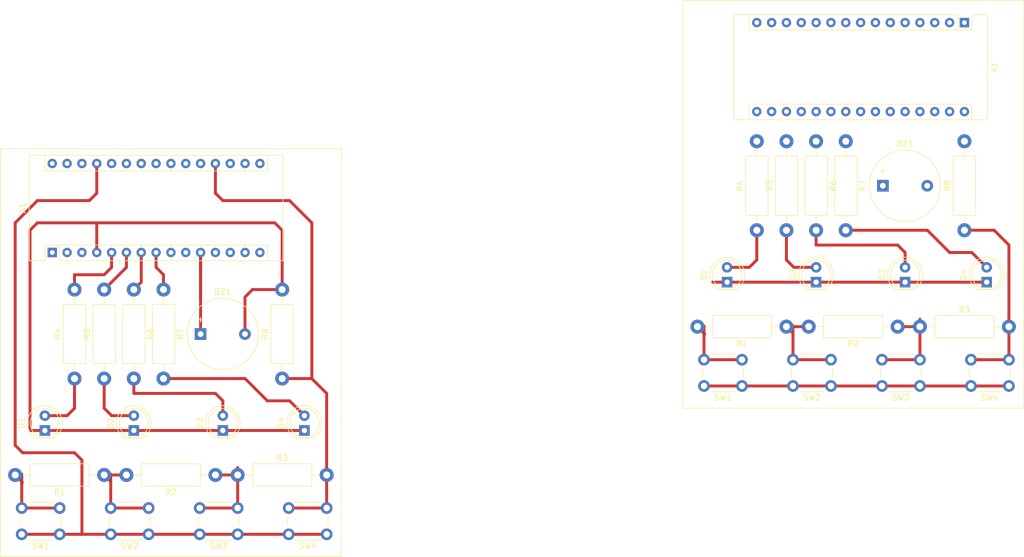
<source format=kicad_pcb>
(kicad_pcb (version 20171130) (host pcbnew "(5.1.0)-1")

  (general
    (thickness 1.6)
    (drawings 10)
    (tracks 135)
    (zones 0)
    (modules 36)
    (nets 38)
  )

  (page A4)
  (layers
    (0 F.Cu signal)
    (31 B.Cu signal)
    (32 B.Adhes user)
    (33 F.Adhes user)
    (34 B.Paste user)
    (35 F.Paste user)
    (36 B.SilkS user)
    (37 F.SilkS user)
    (38 B.Mask user)
    (39 F.Mask user)
    (40 Dwgs.User user)
    (41 Cmts.User user)
    (42 Eco1.User user)
    (43 Eco2.User user)
    (44 Edge.Cuts user)
    (45 Margin user)
    (46 B.CrtYd user)
    (47 F.CrtYd user)
    (48 B.Fab user)
    (49 F.Fab user)
  )

  (setup
    (last_trace_width 0.5)
    (user_trace_width 0.5)
    (trace_clearance 0.2)
    (zone_clearance 0.508)
    (zone_45_only no)
    (trace_min 0.2)
    (via_size 0.8)
    (via_drill 0.4)
    (via_min_size 0.4)
    (via_min_drill 0.3)
    (uvia_size 0.3)
    (uvia_drill 0.1)
    (uvias_allowed no)
    (uvia_min_size 0.2)
    (uvia_min_drill 0.1)
    (edge_width 0.05)
    (segment_width 0.2)
    (pcb_text_width 0.3)
    (pcb_text_size 1.5 1.5)
    (mod_edge_width 0.12)
    (mod_text_size 1 1)
    (mod_text_width 0.15)
    (pad_size 1.524 1.524)
    (pad_drill 0.762)
    (pad_to_mask_clearance 0.051)
    (solder_mask_min_width 0.25)
    (aux_axis_origin 0 0)
    (visible_elements 7FFFFFFF)
    (pcbplotparams
      (layerselection 0x010fc_ffffffff)
      (usegerberextensions false)
      (usegerberattributes false)
      (usegerberadvancedattributes false)
      (creategerberjobfile false)
      (excludeedgelayer true)
      (linewidth 0.100000)
      (plotframeref false)
      (viasonmask false)
      (mode 1)
      (useauxorigin false)
      (hpglpennumber 1)
      (hpglpenspeed 20)
      (hpglpendiameter 15.000000)
      (psnegative false)
      (psa4output false)
      (plotreference true)
      (plotvalue true)
      (plotinvisibletext false)
      (padsonsilk false)
      (subtractmaskfromsilk false)
      (outputformat 1)
      (mirror false)
      (drillshape 1)
      (scaleselection 1)
      (outputdirectory ""))
  )

  (net 0 "")
  (net 1 "Net-(A1-Pad16)")
  (net 2 "Net-(A1-Pad15)")
  (net 3 "Net-(A1-Pad30)")
  (net 4 "Net-(A1-Pad14)")
  (net 5 "Net-(A1-Pad29)")
  (net 6 "Net-(A1-Pad13)")
  (net 7 "Net-(A1-Pad28)")
  (net 8 "Net-(A1-Pad12)")
  (net 9 "Net-(A1-Pad27)")
  (net 10 "Net-(A1-Pad11)")
  (net 11 "Net-(A1-Pad26)")
  (net 12 "Net-(A1-Pad10)")
  (net 13 "Net-(A1-Pad25)")
  (net 14 "Net-(A1-Pad9)")
  (net 15 "Net-(A1-Pad24)")
  (net 16 "Net-(A1-Pad8)")
  (net 17 "Net-(A1-Pad23)")
  (net 18 "Net-(A1-Pad7)")
  (net 19 "Net-(A1-Pad22)")
  (net 20 "Net-(A1-Pad6)")
  (net 21 "Net-(A1-Pad21)")
  (net 22 "Net-(A1-Pad5)")
  (net 23 "Net-(A1-Pad20)")
  (net 24 "Net-(A1-Pad19)")
  (net 25 "Net-(A1-Pad3)")
  (net 26 "Net-(A1-Pad18)")
  (net 27 "Net-(A1-Pad2)")
  (net 28 "Net-(A1-Pad17)")
  (net 29 "Net-(A1-Pad1)")
  (net 30 "Net-(D1-Pad2)")
  (net 31 "Net-(D2-Pad2)")
  (net 32 "Net-(D3-Pad2)")
  (net 33 "Net-(D4-Pad2)")
  (net 34 "Net-(R1-Pad2)")
  (net 35 "Net-(R1-Pad1)")
  (net 36 "Net-(R2-Pad1)")
  (net 37 GND)

  (net_class Default "Ceci est la Netclass par défaut."
    (clearance 0.2)
    (trace_width 0.25)
    (via_dia 0.8)
    (via_drill 0.4)
    (uvia_dia 0.3)
    (uvia_drill 0.1)
    (add_net GND)
    (add_net "Net-(A1-Pad1)")
    (add_net "Net-(A1-Pad10)")
    (add_net "Net-(A1-Pad11)")
    (add_net "Net-(A1-Pad12)")
    (add_net "Net-(A1-Pad13)")
    (add_net "Net-(A1-Pad14)")
    (add_net "Net-(A1-Pad15)")
    (add_net "Net-(A1-Pad16)")
    (add_net "Net-(A1-Pad17)")
    (add_net "Net-(A1-Pad18)")
    (add_net "Net-(A1-Pad19)")
    (add_net "Net-(A1-Pad2)")
    (add_net "Net-(A1-Pad20)")
    (add_net "Net-(A1-Pad21)")
    (add_net "Net-(A1-Pad22)")
    (add_net "Net-(A1-Pad23)")
    (add_net "Net-(A1-Pad24)")
    (add_net "Net-(A1-Pad25)")
    (add_net "Net-(A1-Pad26)")
    (add_net "Net-(A1-Pad27)")
    (add_net "Net-(A1-Pad28)")
    (add_net "Net-(A1-Pad29)")
    (add_net "Net-(A1-Pad3)")
    (add_net "Net-(A1-Pad30)")
    (add_net "Net-(A1-Pad5)")
    (add_net "Net-(A1-Pad6)")
    (add_net "Net-(A1-Pad7)")
    (add_net "Net-(A1-Pad8)")
    (add_net "Net-(A1-Pad9)")
    (add_net "Net-(D1-Pad2)")
    (add_net "Net-(D2-Pad2)")
    (add_net "Net-(D3-Pad2)")
    (add_net "Net-(D4-Pad2)")
    (add_net "Net-(R1-Pad1)")
    (add_net "Net-(R1-Pad2)")
    (add_net "Net-(R2-Pad1)")
  )

  (module Button_Switch_THT:SW_PUSH_6mm_H5mm (layer F.Cu) (tedit 5A02FE31) (tstamp 5CCB19A2)
    (at 208.28 123.19 180)
    (descr "tactile push button, 6x6mm e.g. PHAP33xx series, height=5mm")
    (tags "tact sw push 6mm")
    (path /5CC9FEAF)
    (fp_text reference SW3 (at 3.25 -2 180) (layer F.SilkS)
      (effects (font (size 1 1) (thickness 0.15)))
    )
    (fp_text value SW_Push (at 3.75 6.7 180) (layer F.Fab)
      (effects (font (size 1 1) (thickness 0.15)))
    )
    (fp_circle (center 3.25 2.25) (end 1.25 2.5) (layer F.Fab) (width 0.1))
    (fp_line (start 6.75 3) (end 6.75 1.5) (layer F.SilkS) (width 0.12))
    (fp_line (start 5.5 -1) (end 1 -1) (layer F.SilkS) (width 0.12))
    (fp_line (start -0.25 1.5) (end -0.25 3) (layer F.SilkS) (width 0.12))
    (fp_line (start 1 5.5) (end 5.5 5.5) (layer F.SilkS) (width 0.12))
    (fp_line (start 8 -1.25) (end 8 5.75) (layer F.CrtYd) (width 0.05))
    (fp_line (start 7.75 6) (end -1.25 6) (layer F.CrtYd) (width 0.05))
    (fp_line (start -1.5 5.75) (end -1.5 -1.25) (layer F.CrtYd) (width 0.05))
    (fp_line (start -1.25 -1.5) (end 7.75 -1.5) (layer F.CrtYd) (width 0.05))
    (fp_line (start -1.5 6) (end -1.25 6) (layer F.CrtYd) (width 0.05))
    (fp_line (start -1.5 5.75) (end -1.5 6) (layer F.CrtYd) (width 0.05))
    (fp_line (start -1.5 -1.5) (end -1.25 -1.5) (layer F.CrtYd) (width 0.05))
    (fp_line (start -1.5 -1.25) (end -1.5 -1.5) (layer F.CrtYd) (width 0.05))
    (fp_line (start 8 -1.5) (end 8 -1.25) (layer F.CrtYd) (width 0.05))
    (fp_line (start 7.75 -1.5) (end 8 -1.5) (layer F.CrtYd) (width 0.05))
    (fp_line (start 8 6) (end 8 5.75) (layer F.CrtYd) (width 0.05))
    (fp_line (start 7.75 6) (end 8 6) (layer F.CrtYd) (width 0.05))
    (fp_line (start 0.25 -0.75) (end 3.25 -0.75) (layer F.Fab) (width 0.1))
    (fp_line (start 0.25 5.25) (end 0.25 -0.75) (layer F.Fab) (width 0.1))
    (fp_line (start 6.25 5.25) (end 0.25 5.25) (layer F.Fab) (width 0.1))
    (fp_line (start 6.25 -0.75) (end 6.25 5.25) (layer F.Fab) (width 0.1))
    (fp_line (start 3.25 -0.75) (end 6.25 -0.75) (layer F.Fab) (width 0.1))
    (fp_text user %R (at 3.25 2.25) (layer F.Fab)
      (effects (font (size 1 1) (thickness 0.15)))
    )
    (pad 1 thru_hole circle (at 6.5 0 270) (size 2 2) (drill 1.1) (layers *.Cu *.Mask))
    (pad 2 thru_hole circle (at 6.5 4.5 270) (size 2 2) (drill 1.1) (layers *.Cu *.Mask))
    (pad 1 thru_hole circle (at 0 0 270) (size 2 2) (drill 1.1) (layers *.Cu *.Mask))
    (pad 2 thru_hole circle (at 0 4.5 270) (size 2 2) (drill 1.1) (layers *.Cu *.Mask))
    (model ${KISYS3DMOD}/Button_Switch_THT.3dshapes/SW_PUSH_6mm_H5mm.wrl
      (at (xyz 0 0 0))
      (scale (xyz 1 1 1))
      (rotate (xyz 0 0 0))
    )
  )

  (module LED_THT:LED_D5.0mm (layer F.Cu) (tedit 5995936A) (tstamp 5CCB1991)
    (at 175.26 105.41 90)
    (descr "LED, diameter 5.0mm, 2 pins, http://cdn-reichelt.de/documents/datenblatt/A500/LL-504BC2E-009.pdf")
    (tags "LED diameter 5.0mm 2 pins")
    (path /5CC9ECB9)
    (fp_text reference D1 (at 1.27 -3.96 90) (layer F.SilkS)
      (effects (font (size 1 1) (thickness 0.15)))
    )
    (fp_text value LED (at 1.27 3.96 90) (layer F.Fab)
      (effects (font (size 1 1) (thickness 0.15)))
    )
    (fp_text user %R (at 1.25 0 90) (layer F.Fab)
      (effects (font (size 0.8 0.8) (thickness 0.2)))
    )
    (fp_line (start 4.5 -3.25) (end -1.95 -3.25) (layer F.CrtYd) (width 0.05))
    (fp_line (start 4.5 3.25) (end 4.5 -3.25) (layer F.CrtYd) (width 0.05))
    (fp_line (start -1.95 3.25) (end 4.5 3.25) (layer F.CrtYd) (width 0.05))
    (fp_line (start -1.95 -3.25) (end -1.95 3.25) (layer F.CrtYd) (width 0.05))
    (fp_line (start -1.29 -1.545) (end -1.29 1.545) (layer F.SilkS) (width 0.12))
    (fp_line (start -1.23 -1.469694) (end -1.23 1.469694) (layer F.Fab) (width 0.1))
    (fp_circle (center 1.27 0) (end 3.77 0) (layer F.SilkS) (width 0.12))
    (fp_circle (center 1.27 0) (end 3.77 0) (layer F.Fab) (width 0.1))
    (fp_arc (start 1.27 0) (end -1.29 1.54483) (angle -148.9) (layer F.SilkS) (width 0.12))
    (fp_arc (start 1.27 0) (end -1.29 -1.54483) (angle 148.9) (layer F.SilkS) (width 0.12))
    (fp_arc (start 1.27 0) (end -1.23 -1.469694) (angle 299.1) (layer F.Fab) (width 0.1))
    (pad 2 thru_hole circle (at 2.54 0 90) (size 1.8 1.8) (drill 0.9) (layers *.Cu *.Mask))
    (pad 1 thru_hole rect (at 0 0 90) (size 1.8 1.8) (drill 0.9) (layers *.Cu *.Mask))
    (model ${KISYS3DMOD}/LED_THT.3dshapes/LED_D5.0mm.wrl
      (at (xyz 0 0 0))
      (scale (xyz 1 1 1))
      (rotate (xyz 0 0 0))
    )
  )

  (module Resistor_THT:R_Axial_DIN0411_L9.9mm_D3.6mm_P15.24mm_Horizontal (layer F.Cu) (tedit 5AE5139B) (tstamp 5CCB197B)
    (at 204.47 113.03 180)
    (descr "Resistor, Axial_DIN0411 series, Axial, Horizontal, pin pitch=15.24mm, 1W, length*diameter=9.9*3.6mm^2")
    (tags "Resistor Axial_DIN0411 series Axial Horizontal pin pitch 15.24mm 1W length 9.9mm diameter 3.6mm")
    (path /5CCBC6E4)
    (fp_text reference R2 (at 7.62 -2.92 180) (layer F.SilkS)
      (effects (font (size 1 1) (thickness 0.15)))
    )
    (fp_text value 220 (at 7.62 2.92 180) (layer F.Fab)
      (effects (font (size 1 1) (thickness 0.15)))
    )
    (fp_text user %R (at 7.62 0 180) (layer F.Fab)
      (effects (font (size 1 1) (thickness 0.15)))
    )
    (fp_line (start 16.69 -2.05) (end -1.45 -2.05) (layer F.CrtYd) (width 0.05))
    (fp_line (start 16.69 2.05) (end 16.69 -2.05) (layer F.CrtYd) (width 0.05))
    (fp_line (start -1.45 2.05) (end 16.69 2.05) (layer F.CrtYd) (width 0.05))
    (fp_line (start -1.45 -2.05) (end -1.45 2.05) (layer F.CrtYd) (width 0.05))
    (fp_line (start 13.8 0) (end 12.69 0) (layer F.SilkS) (width 0.12))
    (fp_line (start 1.44 0) (end 2.55 0) (layer F.SilkS) (width 0.12))
    (fp_line (start 12.69 -1.92) (end 2.55 -1.92) (layer F.SilkS) (width 0.12))
    (fp_line (start 12.69 1.92) (end 12.69 -1.92) (layer F.SilkS) (width 0.12))
    (fp_line (start 2.55 1.92) (end 12.69 1.92) (layer F.SilkS) (width 0.12))
    (fp_line (start 2.55 -1.92) (end 2.55 1.92) (layer F.SilkS) (width 0.12))
    (fp_line (start 15.24 0) (end 12.57 0) (layer F.Fab) (width 0.1))
    (fp_line (start 0 0) (end 2.67 0) (layer F.Fab) (width 0.1))
    (fp_line (start 12.57 -1.8) (end 2.67 -1.8) (layer F.Fab) (width 0.1))
    (fp_line (start 12.57 1.8) (end 12.57 -1.8) (layer F.Fab) (width 0.1))
    (fp_line (start 2.67 1.8) (end 12.57 1.8) (layer F.Fab) (width 0.1))
    (fp_line (start 2.67 -1.8) (end 2.67 1.8) (layer F.Fab) (width 0.1))
    (pad 2 thru_hole oval (at 15.24 0 180) (size 2.4 2.4) (drill 1.2) (layers *.Cu *.Mask))
    (pad 1 thru_hole circle (at 0 0 180) (size 2.4 2.4) (drill 1.2) (layers *.Cu *.Mask))
    (model ${KISYS3DMOD}/Resistor_THT.3dshapes/R_Axial_DIN0411_L9.9mm_D3.6mm_P15.24mm_Horizontal.wrl
      (at (xyz 0 0 0))
      (scale (xyz 1 1 1))
      (rotate (xyz 0 0 0))
    )
  )

  (module Resistor_THT:R_Axial_DIN0411_L9.9mm_D3.6mm_P15.24mm_Horizontal (layer F.Cu) (tedit 5AE5139B) (tstamp 5CCB1965)
    (at 208.28 113.03)
    (descr "Resistor, Axial_DIN0411 series, Axial, Horizontal, pin pitch=15.24mm, 1W, length*diameter=9.9*3.6mm^2")
    (tags "Resistor Axial_DIN0411 series Axial Horizontal pin pitch 15.24mm 1W length 9.9mm diameter 3.6mm")
    (path /5CCBC6DE)
    (fp_text reference R3 (at 7.62 -2.92) (layer F.SilkS)
      (effects (font (size 1 1) (thickness 0.15)))
    )
    (fp_text value 220 (at 7.62 2.92) (layer F.Fab)
      (effects (font (size 1 1) (thickness 0.15)))
    )
    (fp_text user %R (at 7.62 0) (layer F.Fab)
      (effects (font (size 1 1) (thickness 0.15)))
    )
    (fp_line (start 16.69 -2.05) (end -1.45 -2.05) (layer F.CrtYd) (width 0.05))
    (fp_line (start 16.69 2.05) (end 16.69 -2.05) (layer F.CrtYd) (width 0.05))
    (fp_line (start -1.45 2.05) (end 16.69 2.05) (layer F.CrtYd) (width 0.05))
    (fp_line (start -1.45 -2.05) (end -1.45 2.05) (layer F.CrtYd) (width 0.05))
    (fp_line (start 13.8 0) (end 12.69 0) (layer F.SilkS) (width 0.12))
    (fp_line (start 1.44 0) (end 2.55 0) (layer F.SilkS) (width 0.12))
    (fp_line (start 12.69 -1.92) (end 2.55 -1.92) (layer F.SilkS) (width 0.12))
    (fp_line (start 12.69 1.92) (end 12.69 -1.92) (layer F.SilkS) (width 0.12))
    (fp_line (start 2.55 1.92) (end 12.69 1.92) (layer F.SilkS) (width 0.12))
    (fp_line (start 2.55 -1.92) (end 2.55 1.92) (layer F.SilkS) (width 0.12))
    (fp_line (start 15.24 0) (end 12.57 0) (layer F.Fab) (width 0.1))
    (fp_line (start 0 0) (end 2.67 0) (layer F.Fab) (width 0.1))
    (fp_line (start 12.57 -1.8) (end 2.67 -1.8) (layer F.Fab) (width 0.1))
    (fp_line (start 12.57 1.8) (end 12.57 -1.8) (layer F.Fab) (width 0.1))
    (fp_line (start 2.67 1.8) (end 12.57 1.8) (layer F.Fab) (width 0.1))
    (fp_line (start 2.67 -1.8) (end 2.67 1.8) (layer F.Fab) (width 0.1))
    (pad 2 thru_hole oval (at 15.24 0) (size 2.4 2.4) (drill 1.2) (layers *.Cu *.Mask))
    (pad 1 thru_hole circle (at 0 0) (size 2.4 2.4) (drill 1.2) (layers *.Cu *.Mask))
    (model ${KISYS3DMOD}/Resistor_THT.3dshapes/R_Axial_DIN0411_L9.9mm_D3.6mm_P15.24mm_Horizontal.wrl
      (at (xyz 0 0 0))
      (scale (xyz 1 1 1))
      (rotate (xyz 0 0 0))
    )
  )

  (module Resistor_THT:R_Axial_DIN0411_L9.9mm_D3.6mm_P15.24mm_Horizontal (layer F.Cu) (tedit 5AE5139B) (tstamp 5CCB194F)
    (at 180.34 96.52 90)
    (descr "Resistor, Axial_DIN0411 series, Axial, Horizontal, pin pitch=15.24mm, 1W, length*diameter=9.9*3.6mm^2")
    (tags "Resistor Axial_DIN0411 series Axial Horizontal pin pitch 15.24mm 1W length 9.9mm diameter 3.6mm")
    (path /5CC9BFD8)
    (fp_text reference R4 (at 7.62 -2.92 90) (layer F.SilkS)
      (effects (font (size 1 1) (thickness 0.15)))
    )
    (fp_text value 220 (at 7.62 2.92 90) (layer F.Fab)
      (effects (font (size 1 1) (thickness 0.15)))
    )
    (fp_text user %R (at 5.08 0 90) (layer F.Fab)
      (effects (font (size 1 1) (thickness 0.15)))
    )
    (fp_line (start 16.69 -2.05) (end -1.45 -2.05) (layer F.CrtYd) (width 0.05))
    (fp_line (start 16.69 2.05) (end 16.69 -2.05) (layer F.CrtYd) (width 0.05))
    (fp_line (start -1.45 2.05) (end 16.69 2.05) (layer F.CrtYd) (width 0.05))
    (fp_line (start -1.45 -2.05) (end -1.45 2.05) (layer F.CrtYd) (width 0.05))
    (fp_line (start 13.8 0) (end 12.69 0) (layer F.SilkS) (width 0.12))
    (fp_line (start 1.44 0) (end 2.55 0) (layer F.SilkS) (width 0.12))
    (fp_line (start 12.69 -1.92) (end 2.55 -1.92) (layer F.SilkS) (width 0.12))
    (fp_line (start 12.69 1.92) (end 12.69 -1.92) (layer F.SilkS) (width 0.12))
    (fp_line (start 2.55 1.92) (end 12.69 1.92) (layer F.SilkS) (width 0.12))
    (fp_line (start 2.55 -1.92) (end 2.55 1.92) (layer F.SilkS) (width 0.12))
    (fp_line (start 15.24 0) (end 12.57 0) (layer F.Fab) (width 0.1))
    (fp_line (start 0 0) (end 2.67 0) (layer F.Fab) (width 0.1))
    (fp_line (start 12.57 -1.8) (end 2.67 -1.8) (layer F.Fab) (width 0.1))
    (fp_line (start 12.57 1.8) (end 12.57 -1.8) (layer F.Fab) (width 0.1))
    (fp_line (start 2.67 1.8) (end 12.57 1.8) (layer F.Fab) (width 0.1))
    (fp_line (start 2.67 -1.8) (end 2.67 1.8) (layer F.Fab) (width 0.1))
    (pad 2 thru_hole oval (at 15.24 0 90) (size 2.4 2.4) (drill 1.2) (layers *.Cu *.Mask))
    (pad 1 thru_hole circle (at 0 0 90) (size 2.4 2.4) (drill 1.2) (layers *.Cu *.Mask))
    (model ${KISYS3DMOD}/Resistor_THT.3dshapes/R_Axial_DIN0411_L9.9mm_D3.6mm_P15.24mm_Horizontal.wrl
      (at (xyz 0 0 0))
      (scale (xyz 1 1 1))
      (rotate (xyz 0 0 0))
    )
  )

  (module LED_THT:LED_D5.0mm (layer F.Cu) (tedit 5995936A) (tstamp 5CCB193E)
    (at 219.71 105.41 90)
    (descr "LED, diameter 5.0mm, 2 pins, http://cdn-reichelt.de/documents/datenblatt/A500/LL-504BC2E-009.pdf")
    (tags "LED diameter 5.0mm 2 pins")
    (path /5CC9D4C3)
    (fp_text reference D4 (at 1.27 -3.96 90) (layer F.SilkS)
      (effects (font (size 1 1) (thickness 0.15)))
    )
    (fp_text value LED (at 1.27 3.96 90) (layer F.Fab)
      (effects (font (size 1 1) (thickness 0.15)))
    )
    (fp_text user %R (at 1.25 0 90) (layer F.Fab)
      (effects (font (size 0.8 0.8) (thickness 0.2)))
    )
    (fp_line (start 4.5 -3.25) (end -1.95 -3.25) (layer F.CrtYd) (width 0.05))
    (fp_line (start 4.5 3.25) (end 4.5 -3.25) (layer F.CrtYd) (width 0.05))
    (fp_line (start -1.95 3.25) (end 4.5 3.25) (layer F.CrtYd) (width 0.05))
    (fp_line (start -1.95 -3.25) (end -1.95 3.25) (layer F.CrtYd) (width 0.05))
    (fp_line (start -1.29 -1.545) (end -1.29 1.545) (layer F.SilkS) (width 0.12))
    (fp_line (start -1.23 -1.469694) (end -1.23 1.469694) (layer F.Fab) (width 0.1))
    (fp_circle (center 1.27 0) (end 3.77 0) (layer F.SilkS) (width 0.12))
    (fp_circle (center 1.27 0) (end 3.77 0) (layer F.Fab) (width 0.1))
    (fp_arc (start 1.27 0) (end -1.29 1.54483) (angle -148.9) (layer F.SilkS) (width 0.12))
    (fp_arc (start 1.27 0) (end -1.29 -1.54483) (angle 148.9) (layer F.SilkS) (width 0.12))
    (fp_arc (start 1.27 0) (end -1.23 -1.469694) (angle 299.1) (layer F.Fab) (width 0.1))
    (pad 2 thru_hole circle (at 2.54 0 90) (size 1.8 1.8) (drill 0.9) (layers *.Cu *.Mask))
    (pad 1 thru_hole rect (at 0 0 90) (size 1.8 1.8) (drill 0.9) (layers *.Cu *.Mask))
    (model ${KISYS3DMOD}/LED_THT.3dshapes/LED_D5.0mm.wrl
      (at (xyz 0 0 0))
      (scale (xyz 1 1 1))
      (rotate (xyz 0 0 0))
    )
  )

  (module Buzzer_Beeper:Buzzer_12x9.5RM7.6 (layer F.Cu) (tedit 5A030281) (tstamp 5CCB1932)
    (at 201.93 88.9)
    (descr "Generic Buzzer, D12mm height 9.5mm with RM7.6mm")
    (tags buzzer)
    (path /5CCA0A4F)
    (fp_text reference BZ1 (at 3.8 -7.2) (layer F.SilkS)
      (effects (font (size 1 1) (thickness 0.15)))
    )
    (fp_text value Buzzer (at 3.8 7.4) (layer F.Fab)
      (effects (font (size 1 1) (thickness 0.15)))
    )
    (fp_circle (center 3.8 0) (end 9.9 0) (layer F.SilkS) (width 0.12))
    (fp_circle (center 3.8 0) (end 4.8 0) (layer F.Fab) (width 0.1))
    (fp_circle (center 3.8 0) (end 9.8 0) (layer F.Fab) (width 0.1))
    (fp_circle (center 3.8 0) (end 10.05 0) (layer F.CrtYd) (width 0.05))
    (fp_text user %R (at 3.8 -7.62) (layer F.Fab)
      (effects (font (size 1 1) (thickness 0.15)))
    )
    (fp_text user + (at -0.01 -2.54) (layer F.SilkS)
      (effects (font (size 1 1) (thickness 0.15)))
    )
    (fp_text user + (at -0.01 -2.54) (layer F.Fab)
      (effects (font (size 1 1) (thickness 0.15)))
    )
    (pad 2 thru_hole circle (at 7.6 0) (size 2 2) (drill 1) (layers *.Cu *.Mask))
    (pad 1 thru_hole rect (at 0 0) (size 2 2) (drill 1) (layers *.Cu *.Mask))
    (model ${KISYS3DMOD}/Buzzer_Beeper.3dshapes/Buzzer_12x9.5RM7.6.wrl
      (at (xyz 0 0 0))
      (scale (xyz 1 1 1))
      (rotate (xyz 0 0 0))
    )
  )

  (module Resistor_THT:R_Axial_DIN0411_L9.9mm_D3.6mm_P15.24mm_Horizontal (layer F.Cu) (tedit 5AE5139B) (tstamp 5CCB191C)
    (at 185.42 113.03 180)
    (descr "Resistor, Axial_DIN0411 series, Axial, Horizontal, pin pitch=15.24mm, 1W, length*diameter=9.9*3.6mm^2")
    (tags "Resistor Axial_DIN0411 series Axial Horizontal pin pitch 15.24mm 1W length 9.9mm diameter 3.6mm")
    (path /5CCBC6D2)
    (fp_text reference R1 (at 7.62 -2.92 180) (layer F.SilkS)
      (effects (font (size 1 1) (thickness 0.15)))
    )
    (fp_text value 220 (at 7.62 2.92 180) (layer F.Fab)
      (effects (font (size 1 1) (thickness 0.15)))
    )
    (fp_text user %R (at 7.62 0 270) (layer F.Fab)
      (effects (font (size 1 1) (thickness 0.15)))
    )
    (fp_line (start 16.69 -2.05) (end -1.45 -2.05) (layer F.CrtYd) (width 0.05))
    (fp_line (start 16.69 2.05) (end 16.69 -2.05) (layer F.CrtYd) (width 0.05))
    (fp_line (start -1.45 2.05) (end 16.69 2.05) (layer F.CrtYd) (width 0.05))
    (fp_line (start -1.45 -2.05) (end -1.45 2.05) (layer F.CrtYd) (width 0.05))
    (fp_line (start 13.8 0) (end 12.69 0) (layer F.SilkS) (width 0.12))
    (fp_line (start 1.44 0) (end 2.55 0) (layer F.SilkS) (width 0.12))
    (fp_line (start 12.69 -1.92) (end 2.55 -1.92) (layer F.SilkS) (width 0.12))
    (fp_line (start 12.69 1.92) (end 12.69 -1.92) (layer F.SilkS) (width 0.12))
    (fp_line (start 2.55 1.92) (end 12.69 1.92) (layer F.SilkS) (width 0.12))
    (fp_line (start 2.55 -1.92) (end 2.55 1.92) (layer F.SilkS) (width 0.12))
    (fp_line (start 15.24 0) (end 12.57 0) (layer F.Fab) (width 0.1))
    (fp_line (start 0 0) (end 2.67 0) (layer F.Fab) (width 0.1))
    (fp_line (start 12.57 -1.8) (end 2.67 -1.8) (layer F.Fab) (width 0.1))
    (fp_line (start 12.57 1.8) (end 12.57 -1.8) (layer F.Fab) (width 0.1))
    (fp_line (start 2.67 1.8) (end 12.57 1.8) (layer F.Fab) (width 0.1))
    (fp_line (start 2.67 -1.8) (end 2.67 1.8) (layer F.Fab) (width 0.1))
    (pad 2 thru_hole oval (at 15.24 0 180) (size 2.4 2.4) (drill 1.2) (layers *.Cu *.Mask))
    (pad 1 thru_hole circle (at 0 0 180) (size 2.4 2.4) (drill 1.2) (layers *.Cu *.Mask))
    (model ${KISYS3DMOD}/Resistor_THT.3dshapes/R_Axial_DIN0411_L9.9mm_D3.6mm_P15.24mm_Horizontal.wrl
      (at (xyz 0 0 0))
      (scale (xyz 1 1 1))
      (rotate (xyz 0 0 0))
    )
  )

  (module Resistor_THT:R_Axial_DIN0411_L9.9mm_D3.6mm_P15.24mm_Horizontal (layer F.Cu) (tedit 5AE5139B) (tstamp 5CCB1906)
    (at 215.9 96.52 90)
    (descr "Resistor, Axial_DIN0411 series, Axial, Horizontal, pin pitch=15.24mm, 1W, length*diameter=9.9*3.6mm^2")
    (tags "Resistor Axial_DIN0411 series Axial Horizontal pin pitch 15.24mm 1W length 9.9mm diameter 3.6mm")
    (path /5CC9CDB3)
    (fp_text reference R8 (at 7.62 -2.92 90) (layer F.SilkS)
      (effects (font (size 1 1) (thickness 0.15)))
    )
    (fp_text value 10k (at 7.62 2.92 90) (layer F.Fab)
      (effects (font (size 1 1) (thickness 0.15)))
    )
    (fp_text user %R (at 7.62 0 90) (layer F.Fab)
      (effects (font (size 1 1) (thickness 0.15)))
    )
    (fp_line (start 16.69 -2.05) (end -1.45 -2.05) (layer F.CrtYd) (width 0.05))
    (fp_line (start 16.69 2.05) (end 16.69 -2.05) (layer F.CrtYd) (width 0.05))
    (fp_line (start -1.45 2.05) (end 16.69 2.05) (layer F.CrtYd) (width 0.05))
    (fp_line (start -1.45 -2.05) (end -1.45 2.05) (layer F.CrtYd) (width 0.05))
    (fp_line (start 13.8 0) (end 12.69 0) (layer F.SilkS) (width 0.12))
    (fp_line (start 1.44 0) (end 2.55 0) (layer F.SilkS) (width 0.12))
    (fp_line (start 12.69 -1.92) (end 2.55 -1.92) (layer F.SilkS) (width 0.12))
    (fp_line (start 12.69 1.92) (end 12.69 -1.92) (layer F.SilkS) (width 0.12))
    (fp_line (start 2.55 1.92) (end 12.69 1.92) (layer F.SilkS) (width 0.12))
    (fp_line (start 2.55 -1.92) (end 2.55 1.92) (layer F.SilkS) (width 0.12))
    (fp_line (start 15.24 0) (end 12.57 0) (layer F.Fab) (width 0.1))
    (fp_line (start 0 0) (end 2.67 0) (layer F.Fab) (width 0.1))
    (fp_line (start 12.57 -1.8) (end 2.67 -1.8) (layer F.Fab) (width 0.1))
    (fp_line (start 12.57 1.8) (end 12.57 -1.8) (layer F.Fab) (width 0.1))
    (fp_line (start 2.67 1.8) (end 12.57 1.8) (layer F.Fab) (width 0.1))
    (fp_line (start 2.67 -1.8) (end 2.67 1.8) (layer F.Fab) (width 0.1))
    (pad 2 thru_hole oval (at 15.24 0 90) (size 2.4 2.4) (drill 1.2) (layers *.Cu *.Mask))
    (pad 1 thru_hole circle (at 0 0 90) (size 2.4 2.4) (drill 1.2) (layers *.Cu *.Mask))
    (model ${KISYS3DMOD}/Resistor_THT.3dshapes/R_Axial_DIN0411_L9.9mm_D3.6mm_P15.24mm_Horizontal.wrl
      (at (xyz 0 0 0))
      (scale (xyz 1 1 1))
      (rotate (xyz 0 0 0))
    )
  )

  (module Resistor_THT:R_Axial_DIN0411_L9.9mm_D3.6mm_P15.24mm_Horizontal (layer F.Cu) (tedit 5AE5139B) (tstamp 5CCB18F0)
    (at 190.5 81.28 270)
    (descr "Resistor, Axial_DIN0411 series, Axial, Horizontal, pin pitch=15.24mm, 1W, length*diameter=9.9*3.6mm^2")
    (tags "Resistor Axial_DIN0411 series Axial Horizontal pin pitch 15.24mm 1W length 9.9mm diameter 3.6mm")
    (path /5CC9C570)
    (fp_text reference R6 (at 7.62 -2.92 270) (layer F.SilkS)
      (effects (font (size 1 1) (thickness 0.15)))
    )
    (fp_text value 220 (at 7.62 2.92 270) (layer F.Fab)
      (effects (font (size 1 1) (thickness 0.15)))
    )
    (fp_text user %R (at 7.62 0 270) (layer F.Fab)
      (effects (font (size 1 1) (thickness 0.15)))
    )
    (fp_line (start 16.69 -2.05) (end -1.45 -2.05) (layer F.CrtYd) (width 0.05))
    (fp_line (start 16.69 2.05) (end 16.69 -2.05) (layer F.CrtYd) (width 0.05))
    (fp_line (start -1.45 2.05) (end 16.69 2.05) (layer F.CrtYd) (width 0.05))
    (fp_line (start -1.45 -2.05) (end -1.45 2.05) (layer F.CrtYd) (width 0.05))
    (fp_line (start 13.8 0) (end 12.69 0) (layer F.SilkS) (width 0.12))
    (fp_line (start 1.44 0) (end 2.55 0) (layer F.SilkS) (width 0.12))
    (fp_line (start 12.69 -1.92) (end 2.55 -1.92) (layer F.SilkS) (width 0.12))
    (fp_line (start 12.69 1.92) (end 12.69 -1.92) (layer F.SilkS) (width 0.12))
    (fp_line (start 2.55 1.92) (end 12.69 1.92) (layer F.SilkS) (width 0.12))
    (fp_line (start 2.55 -1.92) (end 2.55 1.92) (layer F.SilkS) (width 0.12))
    (fp_line (start 15.24 0) (end 12.57 0) (layer F.Fab) (width 0.1))
    (fp_line (start 0 0) (end 2.67 0) (layer F.Fab) (width 0.1))
    (fp_line (start 12.57 -1.8) (end 2.67 -1.8) (layer F.Fab) (width 0.1))
    (fp_line (start 12.57 1.8) (end 12.57 -1.8) (layer F.Fab) (width 0.1))
    (fp_line (start 2.67 1.8) (end 12.57 1.8) (layer F.Fab) (width 0.1))
    (fp_line (start 2.67 -1.8) (end 2.67 1.8) (layer F.Fab) (width 0.1))
    (pad 2 thru_hole oval (at 15.24 0 270) (size 2.4 2.4) (drill 1.2) (layers *.Cu *.Mask))
    (pad 1 thru_hole circle (at 0 0 270) (size 2.4 2.4) (drill 1.2) (layers *.Cu *.Mask))
    (model ${KISYS3DMOD}/Resistor_THT.3dshapes/R_Axial_DIN0411_L9.9mm_D3.6mm_P15.24mm_Horizontal.wrl
      (at (xyz 0 0 0))
      (scale (xyz 1 1 1))
      (rotate (xyz 0 0 0))
    )
  )

  (module LED_THT:LED_D5.0mm (layer F.Cu) (tedit 5995936A) (tstamp 5CCB18DF)
    (at 190.5 105.41 90)
    (descr "LED, diameter 5.0mm, 2 pins, http://cdn-reichelt.de/documents/datenblatt/A500/LL-504BC2E-009.pdf")
    (tags "LED diameter 5.0mm 2 pins")
    (path /5CC9E875)
    (fp_text reference D2 (at 1.27 -3.96 90) (layer F.SilkS)
      (effects (font (size 1 1) (thickness 0.15)))
    )
    (fp_text value LED (at 1.27 3.96 90) (layer F.Fab)
      (effects (font (size 1 1) (thickness 0.15)))
    )
    (fp_text user %R (at 1.25 0 90) (layer F.Fab)
      (effects (font (size 0.8 0.8) (thickness 0.2)))
    )
    (fp_line (start 4.5 -3.25) (end -1.95 -3.25) (layer F.CrtYd) (width 0.05))
    (fp_line (start 4.5 3.25) (end 4.5 -3.25) (layer F.CrtYd) (width 0.05))
    (fp_line (start -1.95 3.25) (end 4.5 3.25) (layer F.CrtYd) (width 0.05))
    (fp_line (start -1.95 -3.25) (end -1.95 3.25) (layer F.CrtYd) (width 0.05))
    (fp_line (start -1.29 -1.545) (end -1.29 1.545) (layer F.SilkS) (width 0.12))
    (fp_line (start -1.23 -1.469694) (end -1.23 1.469694) (layer F.Fab) (width 0.1))
    (fp_circle (center 1.27 0) (end 3.77 0) (layer F.SilkS) (width 0.12))
    (fp_circle (center 1.27 0) (end 3.77 0) (layer F.Fab) (width 0.1))
    (fp_arc (start 1.27 0) (end -1.29 1.54483) (angle -148.9) (layer F.SilkS) (width 0.12))
    (fp_arc (start 1.27 0) (end -1.29 -1.54483) (angle 148.9) (layer F.SilkS) (width 0.12))
    (fp_arc (start 1.27 0) (end -1.23 -1.469694) (angle 299.1) (layer F.Fab) (width 0.1))
    (pad 2 thru_hole circle (at 2.54 0 90) (size 1.8 1.8) (drill 0.9) (layers *.Cu *.Mask))
    (pad 1 thru_hole rect (at 0 0 90) (size 1.8 1.8) (drill 0.9) (layers *.Cu *.Mask))
    (model ${KISYS3DMOD}/LED_THT.3dshapes/LED_D5.0mm.wrl
      (at (xyz 0 0 0))
      (scale (xyz 1 1 1))
      (rotate (xyz 0 0 0))
    )
  )

  (module Resistor_THT:R_Axial_DIN0411_L9.9mm_D3.6mm_P15.24mm_Horizontal (layer F.Cu) (tedit 5AE5139B) (tstamp 5CCB18C9)
    (at 195.58 81.28 270)
    (descr "Resistor, Axial_DIN0411 series, Axial, Horizontal, pin pitch=15.24mm, 1W, length*diameter=9.9*3.6mm^2")
    (tags "Resistor Axial_DIN0411 series Axial Horizontal pin pitch 15.24mm 1W length 9.9mm diameter 3.6mm")
    (path /5CC9C262)
    (fp_text reference R7 (at 7.62 -2.92 270) (layer F.SilkS)
      (effects (font (size 1 1) (thickness 0.15)))
    )
    (fp_text value 220 (at 7.62 2.92 270) (layer F.Fab)
      (effects (font (size 1 1) (thickness 0.15)))
    )
    (fp_text user %R (at 7.62 0 270) (layer F.Fab)
      (effects (font (size 1 1) (thickness 0.15)))
    )
    (fp_line (start 16.69 -2.05) (end -1.45 -2.05) (layer F.CrtYd) (width 0.05))
    (fp_line (start 16.69 2.05) (end 16.69 -2.05) (layer F.CrtYd) (width 0.05))
    (fp_line (start -1.45 2.05) (end 16.69 2.05) (layer F.CrtYd) (width 0.05))
    (fp_line (start -1.45 -2.05) (end -1.45 2.05) (layer F.CrtYd) (width 0.05))
    (fp_line (start 13.8 0) (end 12.69 0) (layer F.SilkS) (width 0.12))
    (fp_line (start 1.44 0) (end 2.55 0) (layer F.SilkS) (width 0.12))
    (fp_line (start 12.69 -1.92) (end 2.55 -1.92) (layer F.SilkS) (width 0.12))
    (fp_line (start 12.69 1.92) (end 12.69 -1.92) (layer F.SilkS) (width 0.12))
    (fp_line (start 2.55 1.92) (end 12.69 1.92) (layer F.SilkS) (width 0.12))
    (fp_line (start 2.55 -1.92) (end 2.55 1.92) (layer F.SilkS) (width 0.12))
    (fp_line (start 15.24 0) (end 12.57 0) (layer F.Fab) (width 0.1))
    (fp_line (start 0 0) (end 2.67 0) (layer F.Fab) (width 0.1))
    (fp_line (start 12.57 -1.8) (end 2.67 -1.8) (layer F.Fab) (width 0.1))
    (fp_line (start 12.57 1.8) (end 12.57 -1.8) (layer F.Fab) (width 0.1))
    (fp_line (start 2.67 1.8) (end 12.57 1.8) (layer F.Fab) (width 0.1))
    (fp_line (start 2.67 -1.8) (end 2.67 1.8) (layer F.Fab) (width 0.1))
    (pad 2 thru_hole oval (at 15.24 0 270) (size 2.4 2.4) (drill 1.2) (layers *.Cu *.Mask))
    (pad 1 thru_hole circle (at 0 0 270) (size 2.4 2.4) (drill 1.2) (layers *.Cu *.Mask))
    (model ${KISYS3DMOD}/Resistor_THT.3dshapes/R_Axial_DIN0411_L9.9mm_D3.6mm_P15.24mm_Horizontal.wrl
      (at (xyz 0 0 0))
      (scale (xyz 1 1 1))
      (rotate (xyz 0 0 0))
    )
  )

  (module LED_THT:LED_D5.0mm (layer F.Cu) (tedit 5995936A) (tstamp 5CCB18B8)
    (at 205.74 105.41 90)
    (descr "LED, diameter 5.0mm, 2 pins, http://cdn-reichelt.de/documents/datenblatt/A500/LL-504BC2E-009.pdf")
    (tags "LED diameter 5.0mm 2 pins")
    (path /5CC9E224)
    (fp_text reference D3 (at 1.27 -3.96 90) (layer F.SilkS)
      (effects (font (size 1 1) (thickness 0.15)))
    )
    (fp_text value LED (at 1.27 3.96 90) (layer F.Fab)
      (effects (font (size 1 1) (thickness 0.15)))
    )
    (fp_text user %R (at 1.25 0 90) (layer F.Fab)
      (effects (font (size 0.8 0.8) (thickness 0.2)))
    )
    (fp_line (start 4.5 -3.25) (end -1.95 -3.25) (layer F.CrtYd) (width 0.05))
    (fp_line (start 4.5 3.25) (end 4.5 -3.25) (layer F.CrtYd) (width 0.05))
    (fp_line (start -1.95 3.25) (end 4.5 3.25) (layer F.CrtYd) (width 0.05))
    (fp_line (start -1.95 -3.25) (end -1.95 3.25) (layer F.CrtYd) (width 0.05))
    (fp_line (start -1.29 -1.545) (end -1.29 1.545) (layer F.SilkS) (width 0.12))
    (fp_line (start -1.23 -1.469694) (end -1.23 1.469694) (layer F.Fab) (width 0.1))
    (fp_circle (center 1.27 0) (end 3.77 0) (layer F.SilkS) (width 0.12))
    (fp_circle (center 1.27 0) (end 3.77 0) (layer F.Fab) (width 0.1))
    (fp_arc (start 1.27 0) (end -1.29 1.54483) (angle -148.9) (layer F.SilkS) (width 0.12))
    (fp_arc (start 1.27 0) (end -1.29 -1.54483) (angle 148.9) (layer F.SilkS) (width 0.12))
    (fp_arc (start 1.27 0) (end -1.23 -1.469694) (angle 299.1) (layer F.Fab) (width 0.1))
    (pad 2 thru_hole circle (at 2.54 0 90) (size 1.8 1.8) (drill 0.9) (layers *.Cu *.Mask))
    (pad 1 thru_hole rect (at 0 0 90) (size 1.8 1.8) (drill 0.9) (layers *.Cu *.Mask))
    (model ${KISYS3DMOD}/LED_THT.3dshapes/LED_D5.0mm.wrl
      (at (xyz 0 0 0))
      (scale (xyz 1 1 1))
      (rotate (xyz 0 0 0))
    )
  )

  (module Button_Switch_THT:SW_PUSH_6mm_H5mm (layer F.Cu) (tedit 5A02FE31) (tstamp 5CCB189A)
    (at 223.52 123.19 180)
    (descr "tactile push button, 6x6mm e.g. PHAP33xx series, height=5mm")
    (tags "tact sw push 6mm")
    (path /5CCA04EC)
    (fp_text reference SW4 (at 3.25 -2 180) (layer F.SilkS)
      (effects (font (size 1 1) (thickness 0.15)))
    )
    (fp_text value SW_Push (at 3.75 6.7 180) (layer F.Fab)
      (effects (font (size 1 1) (thickness 0.15)))
    )
    (fp_circle (center 3.25 2.25) (end 1.25 2.5) (layer F.Fab) (width 0.1))
    (fp_line (start 6.75 3) (end 6.75 1.5) (layer F.SilkS) (width 0.12))
    (fp_line (start 5.5 -1) (end 1 -1) (layer F.SilkS) (width 0.12))
    (fp_line (start -0.25 1.5) (end -0.25 3) (layer F.SilkS) (width 0.12))
    (fp_line (start 1 5.5) (end 5.5 5.5) (layer F.SilkS) (width 0.12))
    (fp_line (start 8 -1.25) (end 8 5.75) (layer F.CrtYd) (width 0.05))
    (fp_line (start 7.75 6) (end -1.25 6) (layer F.CrtYd) (width 0.05))
    (fp_line (start -1.5 5.75) (end -1.5 -1.25) (layer F.CrtYd) (width 0.05))
    (fp_line (start -1.25 -1.5) (end 7.75 -1.5) (layer F.CrtYd) (width 0.05))
    (fp_line (start -1.5 6) (end -1.25 6) (layer F.CrtYd) (width 0.05))
    (fp_line (start -1.5 5.75) (end -1.5 6) (layer F.CrtYd) (width 0.05))
    (fp_line (start -1.5 -1.5) (end -1.25 -1.5) (layer F.CrtYd) (width 0.05))
    (fp_line (start -1.5 -1.25) (end -1.5 -1.5) (layer F.CrtYd) (width 0.05))
    (fp_line (start 8 -1.5) (end 8 -1.25) (layer F.CrtYd) (width 0.05))
    (fp_line (start 7.75 -1.5) (end 8 -1.5) (layer F.CrtYd) (width 0.05))
    (fp_line (start 8 6) (end 8 5.75) (layer F.CrtYd) (width 0.05))
    (fp_line (start 7.75 6) (end 8 6) (layer F.CrtYd) (width 0.05))
    (fp_line (start 0.25 -0.75) (end 3.25 -0.75) (layer F.Fab) (width 0.1))
    (fp_line (start 0.25 5.25) (end 0.25 -0.75) (layer F.Fab) (width 0.1))
    (fp_line (start 6.25 5.25) (end 0.25 5.25) (layer F.Fab) (width 0.1))
    (fp_line (start 6.25 -0.75) (end 6.25 5.25) (layer F.Fab) (width 0.1))
    (fp_line (start 3.25 -0.75) (end 6.25 -0.75) (layer F.Fab) (width 0.1))
    (fp_text user %R (at 3.25 2.25 180) (layer F.Fab)
      (effects (font (size 1 1) (thickness 0.15)))
    )
    (pad 1 thru_hole circle (at 6.5 0 270) (size 2 2) (drill 1.1) (layers *.Cu *.Mask))
    (pad 2 thru_hole circle (at 6.5 4.5 270) (size 2 2) (drill 1.1) (layers *.Cu *.Mask))
    (pad 1 thru_hole circle (at 0 0 270) (size 2 2) (drill 1.1) (layers *.Cu *.Mask))
    (pad 2 thru_hole circle (at 0 4.5 270) (size 2 2) (drill 1.1) (layers *.Cu *.Mask))
    (model ${KISYS3DMOD}/Button_Switch_THT.3dshapes/SW_PUSH_6mm_H5mm.wrl
      (at (xyz 0 0 0))
      (scale (xyz 1 1 1))
      (rotate (xyz 0 0 0))
    )
  )

  (module Module:Arduino_Nano (layer F.Cu) (tedit 58ACAF70) (tstamp 5CCB185E)
    (at 215.9 60.96 270)
    (descr "Arduino Nano, http://www.mouser.com/pdfdocs/Gravitech_Arduino_Nano3_0.pdf")
    (tags "Arduino Nano")
    (path /5CD0BC2B)
    (fp_text reference A1 (at 7.62 -5.08 270) (layer F.SilkS)
      (effects (font (size 1 1) (thickness 0.15)))
    )
    (fp_text value Arduino_Nano_v3.x (at 8.89 19.05) (layer F.Fab)
      (effects (font (size 1 1) (thickness 0.15)))
    )
    (fp_line (start 16.75 42.16) (end -1.53 42.16) (layer F.CrtYd) (width 0.05))
    (fp_line (start 16.75 42.16) (end 16.75 -4.06) (layer F.CrtYd) (width 0.05))
    (fp_line (start -1.53 -4.06) (end -1.53 42.16) (layer F.CrtYd) (width 0.05))
    (fp_line (start -1.53 -4.06) (end 16.75 -4.06) (layer F.CrtYd) (width 0.05))
    (fp_line (start 16.51 -3.81) (end 16.51 39.37) (layer F.Fab) (width 0.1))
    (fp_line (start 0 -3.81) (end 16.51 -3.81) (layer F.Fab) (width 0.1))
    (fp_line (start -1.27 -2.54) (end 0 -3.81) (layer F.Fab) (width 0.1))
    (fp_line (start -1.27 39.37) (end -1.27 -2.54) (layer F.Fab) (width 0.1))
    (fp_line (start 16.51 39.37) (end -1.27 39.37) (layer F.Fab) (width 0.1))
    (fp_line (start 16.64 -3.94) (end -1.4 -3.94) (layer F.SilkS) (width 0.12))
    (fp_line (start 16.64 39.5) (end 16.64 -3.94) (layer F.SilkS) (width 0.12))
    (fp_line (start -1.4 39.5) (end 16.64 39.5) (layer F.SilkS) (width 0.12))
    (fp_line (start 3.81 41.91) (end 3.81 31.75) (layer F.Fab) (width 0.1))
    (fp_line (start 11.43 41.91) (end 3.81 41.91) (layer F.Fab) (width 0.1))
    (fp_line (start 11.43 31.75) (end 11.43 41.91) (layer F.Fab) (width 0.1))
    (fp_line (start 3.81 31.75) (end 11.43 31.75) (layer F.Fab) (width 0.1))
    (fp_line (start 1.27 36.83) (end -1.4 36.83) (layer F.SilkS) (width 0.12))
    (fp_line (start 1.27 1.27) (end 1.27 36.83) (layer F.SilkS) (width 0.12))
    (fp_line (start 1.27 1.27) (end -1.4 1.27) (layer F.SilkS) (width 0.12))
    (fp_line (start 13.97 36.83) (end 16.64 36.83) (layer F.SilkS) (width 0.12))
    (fp_line (start 13.97 -1.27) (end 13.97 36.83) (layer F.SilkS) (width 0.12))
    (fp_line (start 13.97 -1.27) (end 16.64 -1.27) (layer F.SilkS) (width 0.12))
    (fp_line (start -1.4 -3.94) (end -1.4 -1.27) (layer F.SilkS) (width 0.12))
    (fp_line (start -1.4 1.27) (end -1.4 39.5) (layer F.SilkS) (width 0.12))
    (fp_line (start 1.27 -1.27) (end -1.4 -1.27) (layer F.SilkS) (width 0.12))
    (fp_line (start 1.27 1.27) (end 1.27 -1.27) (layer F.SilkS) (width 0.12))
    (fp_text user %R (at 6.35 19.05) (layer F.Fab)
      (effects (font (size 1 1) (thickness 0.15)))
    )
    (pad 16 thru_hole oval (at 15.24 35.56 270) (size 1.6 1.6) (drill 0.8) (layers *.Cu *.Mask))
    (pad 15 thru_hole oval (at 0 35.56 270) (size 1.6 1.6) (drill 0.8) (layers *.Cu *.Mask))
    (pad 30 thru_hole oval (at 15.24 0 270) (size 1.6 1.6) (drill 0.8) (layers *.Cu *.Mask))
    (pad 14 thru_hole oval (at 0 33.02 270) (size 1.6 1.6) (drill 0.8) (layers *.Cu *.Mask))
    (pad 29 thru_hole oval (at 15.24 2.54 270) (size 1.6 1.6) (drill 0.8) (layers *.Cu *.Mask))
    (pad 13 thru_hole oval (at 0 30.48 270) (size 1.6 1.6) (drill 0.8) (layers *.Cu *.Mask))
    (pad 28 thru_hole oval (at 15.24 5.08 270) (size 1.6 1.6) (drill 0.8) (layers *.Cu *.Mask))
    (pad 12 thru_hole oval (at 0 27.94 270) (size 1.6 1.6) (drill 0.8) (layers *.Cu *.Mask))
    (pad 27 thru_hole oval (at 15.24 7.62 270) (size 1.6 1.6) (drill 0.8) (layers *.Cu *.Mask))
    (pad 11 thru_hole oval (at 0 25.4 270) (size 1.6 1.6) (drill 0.8) (layers *.Cu *.Mask))
    (pad 26 thru_hole oval (at 15.24 10.16 270) (size 1.6 1.6) (drill 0.8) (layers *.Cu *.Mask))
    (pad 10 thru_hole oval (at 0 22.86 270) (size 1.6 1.6) (drill 0.8) (layers *.Cu *.Mask))
    (pad 25 thru_hole oval (at 15.24 12.7 270) (size 1.6 1.6) (drill 0.8) (layers *.Cu *.Mask))
    (pad 9 thru_hole oval (at 0 20.32 270) (size 1.6 1.6) (drill 0.8) (layers *.Cu *.Mask))
    (pad 24 thru_hole oval (at 15.24 15.24 270) (size 1.6 1.6) (drill 0.8) (layers *.Cu *.Mask))
    (pad 8 thru_hole oval (at 0 17.78 270) (size 1.6 1.6) (drill 0.8) (layers *.Cu *.Mask))
    (pad 23 thru_hole oval (at 15.24 17.78 270) (size 1.6 1.6) (drill 0.8) (layers *.Cu *.Mask))
    (pad 7 thru_hole oval (at 0 15.24 270) (size 1.6 1.6) (drill 0.8) (layers *.Cu *.Mask))
    (pad 22 thru_hole oval (at 15.24 20.32 270) (size 1.6 1.6) (drill 0.8) (layers *.Cu *.Mask))
    (pad 6 thru_hole oval (at 0 12.7 270) (size 1.6 1.6) (drill 0.8) (layers *.Cu *.Mask))
    (pad 21 thru_hole oval (at 15.24 22.86 270) (size 1.6 1.6) (drill 0.8) (layers *.Cu *.Mask))
    (pad 5 thru_hole oval (at 0 10.16 270) (size 1.6 1.6) (drill 0.8) (layers *.Cu *.Mask))
    (pad 20 thru_hole oval (at 15.24 25.4 270) (size 1.6 1.6) (drill 0.8) (layers *.Cu *.Mask))
    (pad 4 thru_hole oval (at 0 7.62 270) (size 1.6 1.6) (drill 0.8) (layers *.Cu *.Mask))
    (pad 19 thru_hole oval (at 15.24 27.94 270) (size 1.6 1.6) (drill 0.8) (layers *.Cu *.Mask))
    (pad 3 thru_hole oval (at 0 5.08 270) (size 1.6 1.6) (drill 0.8) (layers *.Cu *.Mask))
    (pad 18 thru_hole oval (at 15.24 30.48 270) (size 1.6 1.6) (drill 0.8) (layers *.Cu *.Mask))
    (pad 2 thru_hole oval (at 0 2.54 270) (size 1.6 1.6) (drill 0.8) (layers *.Cu *.Mask))
    (pad 17 thru_hole oval (at 15.24 33.02 270) (size 1.6 1.6) (drill 0.8) (layers *.Cu *.Mask))
    (pad 1 thru_hole rect (at 0 0 270) (size 1.6 1.6) (drill 0.8) (layers *.Cu *.Mask))
    (model ${KISYS3DMOD}/Module.3dshapes/Arduino_Nano_WithMountingHoles.wrl
      (at (xyz 0 0 0))
      (scale (xyz 1 1 1))
      (rotate (xyz 0 0 0))
    )
  )

  (module Resistor_THT:R_Axial_DIN0411_L9.9mm_D3.6mm_P15.24mm_Horizontal (layer F.Cu) (tedit 5AE5139B) (tstamp 5CCB1848)
    (at 185.42 96.52 90)
    (descr "Resistor, Axial_DIN0411 series, Axial, Horizontal, pin pitch=15.24mm, 1W, length*diameter=9.9*3.6mm^2")
    (tags "Resistor Axial_DIN0411 series Axial Horizontal pin pitch 15.24mm 1W length 9.9mm diameter 3.6mm")
    (path /5CC9C9A3)
    (fp_text reference R5 (at 7.62 -2.92 90) (layer F.SilkS)
      (effects (font (size 1 1) (thickness 0.15)))
    )
    (fp_text value 220 (at 7.62 2.92 90) (layer F.Fab)
      (effects (font (size 1 1) (thickness 0.15)))
    )
    (fp_text user %R (at 7.62 0 270) (layer F.Fab)
      (effects (font (size 1 1) (thickness 0.15)))
    )
    (fp_line (start 16.69 -2.05) (end -1.45 -2.05) (layer F.CrtYd) (width 0.05))
    (fp_line (start 16.69 2.05) (end 16.69 -2.05) (layer F.CrtYd) (width 0.05))
    (fp_line (start -1.45 2.05) (end 16.69 2.05) (layer F.CrtYd) (width 0.05))
    (fp_line (start -1.45 -2.05) (end -1.45 2.05) (layer F.CrtYd) (width 0.05))
    (fp_line (start 13.8 0) (end 12.69 0) (layer F.SilkS) (width 0.12))
    (fp_line (start 1.44 0) (end 2.55 0) (layer F.SilkS) (width 0.12))
    (fp_line (start 12.69 -1.92) (end 2.55 -1.92) (layer F.SilkS) (width 0.12))
    (fp_line (start 12.69 1.92) (end 12.69 -1.92) (layer F.SilkS) (width 0.12))
    (fp_line (start 2.55 1.92) (end 12.69 1.92) (layer F.SilkS) (width 0.12))
    (fp_line (start 2.55 -1.92) (end 2.55 1.92) (layer F.SilkS) (width 0.12))
    (fp_line (start 15.24 0) (end 12.57 0) (layer F.Fab) (width 0.1))
    (fp_line (start 0 0) (end 2.67 0) (layer F.Fab) (width 0.1))
    (fp_line (start 12.57 -1.8) (end 2.67 -1.8) (layer F.Fab) (width 0.1))
    (fp_line (start 12.57 1.8) (end 12.57 -1.8) (layer F.Fab) (width 0.1))
    (fp_line (start 2.67 1.8) (end 12.57 1.8) (layer F.Fab) (width 0.1))
    (fp_line (start 2.67 -1.8) (end 2.67 1.8) (layer F.Fab) (width 0.1))
    (pad 2 thru_hole oval (at 15.24 0 90) (size 2.4 2.4) (drill 1.2) (layers *.Cu *.Mask))
    (pad 1 thru_hole circle (at 0 0 90) (size 2.4 2.4) (drill 1.2) (layers *.Cu *.Mask))
    (model ${KISYS3DMOD}/Resistor_THT.3dshapes/R_Axial_DIN0411_L9.9mm_D3.6mm_P15.24mm_Horizontal.wrl
      (at (xyz 0 0 0))
      (scale (xyz 1 1 1))
      (rotate (xyz 0 0 0))
    )
  )

  (module Button_Switch_THT:SW_PUSH_6mm_H5mm (layer F.Cu) (tedit 5A02FE31) (tstamp 5CCB182A)
    (at 193.04 123.19 180)
    (descr "tactile push button, 6x6mm e.g. PHAP33xx series, height=5mm")
    (tags "tact sw push 6mm")
    (path /5CC9F79D)
    (fp_text reference SW2 (at 3.25 -2 180) (layer F.SilkS)
      (effects (font (size 1 1) (thickness 0.15)))
    )
    (fp_text value SW_Push (at 3.75 6.7 180) (layer F.Fab)
      (effects (font (size 1 1) (thickness 0.15)))
    )
    (fp_circle (center 3.25 2.25) (end 1.25 2.5) (layer F.Fab) (width 0.1))
    (fp_line (start 6.75 3) (end 6.75 1.5) (layer F.SilkS) (width 0.12))
    (fp_line (start 5.5 -1) (end 1 -1) (layer F.SilkS) (width 0.12))
    (fp_line (start -0.25 1.5) (end -0.25 3) (layer F.SilkS) (width 0.12))
    (fp_line (start 1 5.5) (end 5.5 5.5) (layer F.SilkS) (width 0.12))
    (fp_line (start 8 -1.25) (end 8 5.75) (layer F.CrtYd) (width 0.05))
    (fp_line (start 7.75 6) (end -1.25 6) (layer F.CrtYd) (width 0.05))
    (fp_line (start -1.5 5.75) (end -1.5 -1.25) (layer F.CrtYd) (width 0.05))
    (fp_line (start -1.25 -1.5) (end 7.75 -1.5) (layer F.CrtYd) (width 0.05))
    (fp_line (start -1.5 6) (end -1.25 6) (layer F.CrtYd) (width 0.05))
    (fp_line (start -1.5 5.75) (end -1.5 6) (layer F.CrtYd) (width 0.05))
    (fp_line (start -1.5 -1.5) (end -1.25 -1.5) (layer F.CrtYd) (width 0.05))
    (fp_line (start -1.5 -1.25) (end -1.5 -1.5) (layer F.CrtYd) (width 0.05))
    (fp_line (start 8 -1.5) (end 8 -1.25) (layer F.CrtYd) (width 0.05))
    (fp_line (start 7.75 -1.5) (end 8 -1.5) (layer F.CrtYd) (width 0.05))
    (fp_line (start 8 6) (end 8 5.75) (layer F.CrtYd) (width 0.05))
    (fp_line (start 7.75 6) (end 8 6) (layer F.CrtYd) (width 0.05))
    (fp_line (start 0.25 -0.75) (end 3.25 -0.75) (layer F.Fab) (width 0.1))
    (fp_line (start 0.25 5.25) (end 0.25 -0.75) (layer F.Fab) (width 0.1))
    (fp_line (start 6.25 5.25) (end 0.25 5.25) (layer F.Fab) (width 0.1))
    (fp_line (start 6.25 -0.75) (end 6.25 5.25) (layer F.Fab) (width 0.1))
    (fp_line (start 3.25 -0.75) (end 6.25 -0.75) (layer F.Fab) (width 0.1))
    (fp_text user %R (at 3.25 2.25 180) (layer F.Fab)
      (effects (font (size 1 1) (thickness 0.15)))
    )
    (pad 1 thru_hole circle (at 6.5 0 270) (size 2 2) (drill 1.1) (layers *.Cu *.Mask))
    (pad 2 thru_hole circle (at 6.5 4.5 270) (size 2 2) (drill 1.1) (layers *.Cu *.Mask))
    (pad 1 thru_hole circle (at 0 0 270) (size 2 2) (drill 1.1) (layers *.Cu *.Mask))
    (pad 2 thru_hole circle (at 0 4.5 270) (size 2 2) (drill 1.1) (layers *.Cu *.Mask))
    (model ${KISYS3DMOD}/Button_Switch_THT.3dshapes/SW_PUSH_6mm_H5mm.wrl
      (at (xyz 0 0 0))
      (scale (xyz 1 1 1))
      (rotate (xyz 0 0 0))
    )
  )

  (module Button_Switch_THT:SW_PUSH_6mm_H5mm (layer F.Cu) (tedit 5A02FE31) (tstamp 5CCB180C)
    (at 177.8 123.19 180)
    (descr "tactile push button, 6x6mm e.g. PHAP33xx series, height=5mm")
    (tags "tact sw push 6mm")
    (path /5CC9F1AA)
    (fp_text reference SW1 (at 3.25 -2 180) (layer F.SilkS)
      (effects (font (size 1 1) (thickness 0.15)))
    )
    (fp_text value SW_Push (at 3.75 6.7 180) (layer F.Fab)
      (effects (font (size 1 1) (thickness 0.15)))
    )
    (fp_circle (center 3.25 2.25) (end 1.25 2.5) (layer F.Fab) (width 0.1))
    (fp_line (start 6.75 3) (end 6.75 1.5) (layer F.SilkS) (width 0.12))
    (fp_line (start 5.5 -1) (end 1 -1) (layer F.SilkS) (width 0.12))
    (fp_line (start -0.25 1.5) (end -0.25 3) (layer F.SilkS) (width 0.12))
    (fp_line (start 1 5.5) (end 5.5 5.5) (layer F.SilkS) (width 0.12))
    (fp_line (start 8 -1.25) (end 8 5.75) (layer F.CrtYd) (width 0.05))
    (fp_line (start 7.75 6) (end -1.25 6) (layer F.CrtYd) (width 0.05))
    (fp_line (start -1.5 5.75) (end -1.5 -1.25) (layer F.CrtYd) (width 0.05))
    (fp_line (start -1.25 -1.5) (end 7.75 -1.5) (layer F.CrtYd) (width 0.05))
    (fp_line (start -1.5 6) (end -1.25 6) (layer F.CrtYd) (width 0.05))
    (fp_line (start -1.5 5.75) (end -1.5 6) (layer F.CrtYd) (width 0.05))
    (fp_line (start -1.5 -1.5) (end -1.25 -1.5) (layer F.CrtYd) (width 0.05))
    (fp_line (start -1.5 -1.25) (end -1.5 -1.5) (layer F.CrtYd) (width 0.05))
    (fp_line (start 8 -1.5) (end 8 -1.25) (layer F.CrtYd) (width 0.05))
    (fp_line (start 7.75 -1.5) (end 8 -1.5) (layer F.CrtYd) (width 0.05))
    (fp_line (start 8 6) (end 8 5.75) (layer F.CrtYd) (width 0.05))
    (fp_line (start 7.75 6) (end 8 6) (layer F.CrtYd) (width 0.05))
    (fp_line (start 0.25 -0.75) (end 3.25 -0.75) (layer F.Fab) (width 0.1))
    (fp_line (start 0.25 5.25) (end 0.25 -0.75) (layer F.Fab) (width 0.1))
    (fp_line (start 6.25 5.25) (end 0.25 5.25) (layer F.Fab) (width 0.1))
    (fp_line (start 6.25 -0.75) (end 6.25 5.25) (layer F.Fab) (width 0.1))
    (fp_line (start 3.25 -0.75) (end 6.25 -0.75) (layer F.Fab) (width 0.1))
    (fp_text user %R (at 3.25 2.25 180) (layer F.Fab)
      (effects (font (size 1 1) (thickness 0.15)))
    )
    (pad 1 thru_hole circle (at 6.5 0 270) (size 2 2) (drill 1.1) (layers *.Cu *.Mask))
    (pad 2 thru_hole circle (at 6.5 4.5 270) (size 2 2) (drill 1.1) (layers *.Cu *.Mask))
    (pad 1 thru_hole circle (at 0 0 270) (size 2 2) (drill 1.1) (layers *.Cu *.Mask))
    (pad 2 thru_hole circle (at 0 4.5 270) (size 2 2) (drill 1.1) (layers *.Cu *.Mask))
    (model ${KISYS3DMOD}/Button_Switch_THT.3dshapes/SW_PUSH_6mm_H5mm.wrl
      (at (xyz 0 0 0))
      (scale (xyz 1 1 1))
      (rotate (xyz 0 0 0))
    )
  )

  (module Resistor_THT:R_Axial_DIN0411_L9.9mm_D3.6mm_P15.24mm_Horizontal (layer F.Cu) (tedit 5AE5139B) (tstamp 5CCA3AD8)
    (at 68.58 121.92 90)
    (descr "Resistor, Axial_DIN0411 series, Axial, Horizontal, pin pitch=15.24mm, 1W, length*diameter=9.9*3.6mm^2")
    (tags "Resistor Axial_DIN0411 series Axial Horizontal pin pitch 15.24mm 1W length 9.9mm diameter 3.6mm")
    (path /5CC9C9A3)
    (fp_text reference R5 (at 7.62 -2.92 90) (layer F.SilkS)
      (effects (font (size 1 1) (thickness 0.15)))
    )
    (fp_text value 220 (at 7.62 2.92 90) (layer F.Fab)
      (effects (font (size 1 1) (thickness 0.15)))
    )
    (fp_text user %R (at 7.62 0 270) (layer F.Fab)
      (effects (font (size 1 1) (thickness 0.15)))
    )
    (fp_line (start 16.69 -2.05) (end -1.45 -2.05) (layer F.CrtYd) (width 0.05))
    (fp_line (start 16.69 2.05) (end 16.69 -2.05) (layer F.CrtYd) (width 0.05))
    (fp_line (start -1.45 2.05) (end 16.69 2.05) (layer F.CrtYd) (width 0.05))
    (fp_line (start -1.45 -2.05) (end -1.45 2.05) (layer F.CrtYd) (width 0.05))
    (fp_line (start 13.8 0) (end 12.69 0) (layer F.SilkS) (width 0.12))
    (fp_line (start 1.44 0) (end 2.55 0) (layer F.SilkS) (width 0.12))
    (fp_line (start 12.69 -1.92) (end 2.55 -1.92) (layer F.SilkS) (width 0.12))
    (fp_line (start 12.69 1.92) (end 12.69 -1.92) (layer F.SilkS) (width 0.12))
    (fp_line (start 2.55 1.92) (end 12.69 1.92) (layer F.SilkS) (width 0.12))
    (fp_line (start 2.55 -1.92) (end 2.55 1.92) (layer F.SilkS) (width 0.12))
    (fp_line (start 15.24 0) (end 12.57 0) (layer F.Fab) (width 0.1))
    (fp_line (start 0 0) (end 2.67 0) (layer F.Fab) (width 0.1))
    (fp_line (start 12.57 -1.8) (end 2.67 -1.8) (layer F.Fab) (width 0.1))
    (fp_line (start 12.57 1.8) (end 12.57 -1.8) (layer F.Fab) (width 0.1))
    (fp_line (start 2.67 1.8) (end 12.57 1.8) (layer F.Fab) (width 0.1))
    (fp_line (start 2.67 -1.8) (end 2.67 1.8) (layer F.Fab) (width 0.1))
    (pad 2 thru_hole oval (at 15.24 0 90) (size 2.4 2.4) (drill 1.2) (layers *.Cu *.Mask)
      (net 20 "Net-(A1-Pad6)"))
    (pad 1 thru_hole circle (at 0 0 90) (size 2.4 2.4) (drill 1.2) (layers *.Cu *.Mask)
      (net 31 "Net-(D2-Pad2)"))
    (model ${KISYS3DMOD}/Resistor_THT.3dshapes/R_Axial_DIN0411_L9.9mm_D3.6mm_P15.24mm_Horizontal.wrl
      (at (xyz 0 0 0))
      (scale (xyz 1 1 1))
      (rotate (xyz 0 0 0))
    )
  )

  (module Module:Arduino_Nano (layer F.Cu) (tedit 58ACAF70) (tstamp 5CCA3A10)
    (at 59.69 100.33 90)
    (descr "Arduino Nano, http://www.mouser.com/pdfdocs/Gravitech_Arduino_Nano3_0.pdf")
    (tags "Arduino Nano")
    (path /5CD0BC2B)
    (fp_text reference A1 (at 7.62 -5.08 90) (layer F.SilkS)
      (effects (font (size 1 1) (thickness 0.15)))
    )
    (fp_text value Arduino_Nano_v3.x (at 8.89 19.05 180) (layer F.Fab)
      (effects (font (size 1 1) (thickness 0.15)))
    )
    (fp_line (start 16.75 42.16) (end -1.53 42.16) (layer F.CrtYd) (width 0.05))
    (fp_line (start 16.75 42.16) (end 16.75 -4.06) (layer F.CrtYd) (width 0.05))
    (fp_line (start -1.53 -4.06) (end -1.53 42.16) (layer F.CrtYd) (width 0.05))
    (fp_line (start -1.53 -4.06) (end 16.75 -4.06) (layer F.CrtYd) (width 0.05))
    (fp_line (start 16.51 -3.81) (end 16.51 39.37) (layer F.Fab) (width 0.1))
    (fp_line (start 0 -3.81) (end 16.51 -3.81) (layer F.Fab) (width 0.1))
    (fp_line (start -1.27 -2.54) (end 0 -3.81) (layer F.Fab) (width 0.1))
    (fp_line (start -1.27 39.37) (end -1.27 -2.54) (layer F.Fab) (width 0.1))
    (fp_line (start 16.51 39.37) (end -1.27 39.37) (layer F.Fab) (width 0.1))
    (fp_line (start 16.64 -3.94) (end -1.4 -3.94) (layer F.SilkS) (width 0.12))
    (fp_line (start 16.64 39.5) (end 16.64 -3.94) (layer F.SilkS) (width 0.12))
    (fp_line (start -1.4 39.5) (end 16.64 39.5) (layer F.SilkS) (width 0.12))
    (fp_line (start 3.81 41.91) (end 3.81 31.75) (layer F.Fab) (width 0.1))
    (fp_line (start 11.43 41.91) (end 3.81 41.91) (layer F.Fab) (width 0.1))
    (fp_line (start 11.43 31.75) (end 11.43 41.91) (layer F.Fab) (width 0.1))
    (fp_line (start 3.81 31.75) (end 11.43 31.75) (layer F.Fab) (width 0.1))
    (fp_line (start 1.27 36.83) (end -1.4 36.83) (layer F.SilkS) (width 0.12))
    (fp_line (start 1.27 1.27) (end 1.27 36.83) (layer F.SilkS) (width 0.12))
    (fp_line (start 1.27 1.27) (end -1.4 1.27) (layer F.SilkS) (width 0.12))
    (fp_line (start 13.97 36.83) (end 16.64 36.83) (layer F.SilkS) (width 0.12))
    (fp_line (start 13.97 -1.27) (end 13.97 36.83) (layer F.SilkS) (width 0.12))
    (fp_line (start 13.97 -1.27) (end 16.64 -1.27) (layer F.SilkS) (width 0.12))
    (fp_line (start -1.4 -3.94) (end -1.4 -1.27) (layer F.SilkS) (width 0.12))
    (fp_line (start -1.4 1.27) (end -1.4 39.5) (layer F.SilkS) (width 0.12))
    (fp_line (start 1.27 -1.27) (end -1.4 -1.27) (layer F.SilkS) (width 0.12))
    (fp_line (start 1.27 1.27) (end 1.27 -1.27) (layer F.SilkS) (width 0.12))
    (fp_text user %R (at 6.35 19.05 180) (layer F.Fab)
      (effects (font (size 1 1) (thickness 0.15)))
    )
    (pad 16 thru_hole oval (at 15.24 35.56 90) (size 1.6 1.6) (drill 0.8) (layers *.Cu *.Mask)
      (net 1 "Net-(A1-Pad16)"))
    (pad 15 thru_hole oval (at 0 35.56 90) (size 1.6 1.6) (drill 0.8) (layers *.Cu *.Mask)
      (net 2 "Net-(A1-Pad15)"))
    (pad 30 thru_hole oval (at 15.24 0 90) (size 1.6 1.6) (drill 0.8) (layers *.Cu *.Mask)
      (net 3 "Net-(A1-Pad30)"))
    (pad 14 thru_hole oval (at 0 33.02 90) (size 1.6 1.6) (drill 0.8) (layers *.Cu *.Mask)
      (net 4 "Net-(A1-Pad14)"))
    (pad 29 thru_hole oval (at 15.24 2.54 90) (size 1.6 1.6) (drill 0.8) (layers *.Cu *.Mask)
      (net 5 "Net-(A1-Pad29)"))
    (pad 13 thru_hole oval (at 0 30.48 90) (size 1.6 1.6) (drill 0.8) (layers *.Cu *.Mask)
      (net 6 "Net-(A1-Pad13)"))
    (pad 28 thru_hole oval (at 15.24 5.08 90) (size 1.6 1.6) (drill 0.8) (layers *.Cu *.Mask)
      (net 7 "Net-(A1-Pad28)"))
    (pad 12 thru_hole oval (at 0 27.94 90) (size 1.6 1.6) (drill 0.8) (layers *.Cu *.Mask)
      (net 8 "Net-(A1-Pad12)"))
    (pad 27 thru_hole oval (at 15.24 7.62 90) (size 1.6 1.6) (drill 0.8) (layers *.Cu *.Mask)
      (net 9 "Net-(A1-Pad27)"))
    (pad 11 thru_hole oval (at 0 25.4 90) (size 1.6 1.6) (drill 0.8) (layers *.Cu *.Mask)
      (net 10 "Net-(A1-Pad11)"))
    (pad 26 thru_hole oval (at 15.24 10.16 90) (size 1.6 1.6) (drill 0.8) (layers *.Cu *.Mask)
      (net 11 "Net-(A1-Pad26)"))
    (pad 10 thru_hole oval (at 0 22.86 90) (size 1.6 1.6) (drill 0.8) (layers *.Cu *.Mask)
      (net 12 "Net-(A1-Pad10)"))
    (pad 25 thru_hole oval (at 15.24 12.7 90) (size 1.6 1.6) (drill 0.8) (layers *.Cu *.Mask)
      (net 13 "Net-(A1-Pad25)"))
    (pad 9 thru_hole oval (at 0 20.32 90) (size 1.6 1.6) (drill 0.8) (layers *.Cu *.Mask)
      (net 14 "Net-(A1-Pad9)"))
    (pad 24 thru_hole oval (at 15.24 15.24 90) (size 1.6 1.6) (drill 0.8) (layers *.Cu *.Mask)
      (net 15 "Net-(A1-Pad24)"))
    (pad 8 thru_hole oval (at 0 17.78 90) (size 1.6 1.6) (drill 0.8) (layers *.Cu *.Mask)
      (net 16 "Net-(A1-Pad8)"))
    (pad 23 thru_hole oval (at 15.24 17.78 90) (size 1.6 1.6) (drill 0.8) (layers *.Cu *.Mask)
      (net 17 "Net-(A1-Pad23)"))
    (pad 7 thru_hole oval (at 0 15.24 90) (size 1.6 1.6) (drill 0.8) (layers *.Cu *.Mask)
      (net 18 "Net-(A1-Pad7)"))
    (pad 22 thru_hole oval (at 15.24 20.32 90) (size 1.6 1.6) (drill 0.8) (layers *.Cu *.Mask)
      (net 19 "Net-(A1-Pad22)"))
    (pad 6 thru_hole oval (at 0 12.7 90) (size 1.6 1.6) (drill 0.8) (layers *.Cu *.Mask)
      (net 20 "Net-(A1-Pad6)"))
    (pad 21 thru_hole oval (at 15.24 22.86 90) (size 1.6 1.6) (drill 0.8) (layers *.Cu *.Mask)
      (net 21 "Net-(A1-Pad21)"))
    (pad 5 thru_hole oval (at 0 10.16 90) (size 1.6 1.6) (drill 0.8) (layers *.Cu *.Mask)
      (net 22 "Net-(A1-Pad5)"))
    (pad 20 thru_hole oval (at 15.24 25.4 90) (size 1.6 1.6) (drill 0.8) (layers *.Cu *.Mask)
      (net 23 "Net-(A1-Pad20)"))
    (pad 4 thru_hole oval (at 0 7.62 90) (size 1.6 1.6) (drill 0.8) (layers *.Cu *.Mask)
      (net 37 GND))
    (pad 19 thru_hole oval (at 15.24 27.94 90) (size 1.6 1.6) (drill 0.8) (layers *.Cu *.Mask)
      (net 24 "Net-(A1-Pad19)"))
    (pad 3 thru_hole oval (at 0 5.08 90) (size 1.6 1.6) (drill 0.8) (layers *.Cu *.Mask)
      (net 25 "Net-(A1-Pad3)"))
    (pad 18 thru_hole oval (at 15.24 30.48 90) (size 1.6 1.6) (drill 0.8) (layers *.Cu *.Mask)
      (net 26 "Net-(A1-Pad18)"))
    (pad 2 thru_hole oval (at 0 2.54 90) (size 1.6 1.6) (drill 0.8) (layers *.Cu *.Mask)
      (net 27 "Net-(A1-Pad2)"))
    (pad 17 thru_hole oval (at 15.24 33.02 90) (size 1.6 1.6) (drill 0.8) (layers *.Cu *.Mask)
      (net 28 "Net-(A1-Pad17)"))
    (pad 1 thru_hole rect (at 0 0 90) (size 1.6 1.6) (drill 0.8) (layers *.Cu *.Mask)
      (net 29 "Net-(A1-Pad1)"))
    (model ${KISYS3DMOD}/Module.3dshapes/Arduino_Nano_WithMountingHoles.wrl
      (at (xyz 0 0 0))
      (scale (xyz 1 1 1))
      (rotate (xyz 0 0 0))
    )
  )

  (module Resistor_THT:R_Axial_DIN0411_L9.9mm_D3.6mm_P15.24mm_Horizontal (layer F.Cu) (tedit 5AE5139B) (tstamp 5CCA3A7C)
    (at 68.58 138.43 180)
    (descr "Resistor, Axial_DIN0411 series, Axial, Horizontal, pin pitch=15.24mm, 1W, length*diameter=9.9*3.6mm^2")
    (tags "Resistor Axial_DIN0411 series Axial Horizontal pin pitch 15.24mm 1W length 9.9mm diameter 3.6mm")
    (path /5CCBC6D2)
    (fp_text reference R1 (at 7.62 -2.92 180) (layer F.SilkS)
      (effects (font (size 1 1) (thickness 0.15)))
    )
    (fp_text value 220 (at 7.62 2.92 180) (layer F.Fab)
      (effects (font (size 1 1) (thickness 0.15)))
    )
    (fp_text user %R (at 7.62 0 270) (layer F.Fab)
      (effects (font (size 1 1) (thickness 0.15)))
    )
    (fp_line (start 16.69 -2.05) (end -1.45 -2.05) (layer F.CrtYd) (width 0.05))
    (fp_line (start 16.69 2.05) (end 16.69 -2.05) (layer F.CrtYd) (width 0.05))
    (fp_line (start -1.45 2.05) (end 16.69 2.05) (layer F.CrtYd) (width 0.05))
    (fp_line (start -1.45 -2.05) (end -1.45 2.05) (layer F.CrtYd) (width 0.05))
    (fp_line (start 13.8 0) (end 12.69 0) (layer F.SilkS) (width 0.12))
    (fp_line (start 1.44 0) (end 2.55 0) (layer F.SilkS) (width 0.12))
    (fp_line (start 12.69 -1.92) (end 2.55 -1.92) (layer F.SilkS) (width 0.12))
    (fp_line (start 12.69 1.92) (end 12.69 -1.92) (layer F.SilkS) (width 0.12))
    (fp_line (start 2.55 1.92) (end 12.69 1.92) (layer F.SilkS) (width 0.12))
    (fp_line (start 2.55 -1.92) (end 2.55 1.92) (layer F.SilkS) (width 0.12))
    (fp_line (start 15.24 0) (end 12.57 0) (layer F.Fab) (width 0.1))
    (fp_line (start 0 0) (end 2.67 0) (layer F.Fab) (width 0.1))
    (fp_line (start 12.57 -1.8) (end 2.67 -1.8) (layer F.Fab) (width 0.1))
    (fp_line (start 12.57 1.8) (end 12.57 -1.8) (layer F.Fab) (width 0.1))
    (fp_line (start 2.67 1.8) (end 12.57 1.8) (layer F.Fab) (width 0.1))
    (fp_line (start 2.67 -1.8) (end 2.67 1.8) (layer F.Fab) (width 0.1))
    (pad 2 thru_hole oval (at 15.24 0 180) (size 2.4 2.4) (drill 1.2) (layers *.Cu *.Mask)
      (net 34 "Net-(R1-Pad2)"))
    (pad 1 thru_hole circle (at 0 0 180) (size 2.4 2.4) (drill 1.2) (layers *.Cu *.Mask)
      (net 35 "Net-(R1-Pad1)"))
    (model ${KISYS3DMOD}/Resistor_THT.3dshapes/R_Axial_DIN0411_L9.9mm_D3.6mm_P15.24mm_Horizontal.wrl
      (at (xyz 0 0 0))
      (scale (xyz 1 1 1))
      (rotate (xyz 0 0 0))
    )
  )

  (module Buzzer_Beeper:Buzzer_12x9.5RM7.6 (layer F.Cu) (tedit 5A030281) (tstamp 5CCA3A1D)
    (at 85.09 114.3)
    (descr "Generic Buzzer, D12mm height 9.5mm with RM7.6mm")
    (tags buzzer)
    (path /5CCA0A4F)
    (fp_text reference BZ1 (at 3.8 -7.2) (layer F.SilkS)
      (effects (font (size 1 1) (thickness 0.15)))
    )
    (fp_text value Buzzer (at 3.8 7.4) (layer F.Fab)
      (effects (font (size 1 1) (thickness 0.15)))
    )
    (fp_circle (center 3.8 0) (end 9.9 0) (layer F.SilkS) (width 0.12))
    (fp_circle (center 3.8 0) (end 4.8 0) (layer F.Fab) (width 0.1))
    (fp_circle (center 3.8 0) (end 9.8 0) (layer F.Fab) (width 0.1))
    (fp_circle (center 3.8 0) (end 10.05 0) (layer F.CrtYd) (width 0.05))
    (fp_text user %R (at 3.8 -7.62) (layer F.Fab)
      (effects (font (size 1 1) (thickness 0.15)))
    )
    (fp_text user + (at -0.01 -2.54) (layer F.SilkS)
      (effects (font (size 1 1) (thickness 0.15)))
    )
    (fp_text user + (at -0.01 -2.54) (layer F.Fab)
      (effects (font (size 1 1) (thickness 0.15)))
    )
    (pad 2 thru_hole circle (at 7.6 0) (size 2 2) (drill 1) (layers *.Cu *.Mask)
      (net 37 GND))
    (pad 1 thru_hole rect (at 0 0) (size 2 2) (drill 1) (layers *.Cu *.Mask)
      (net 10 "Net-(A1-Pad11)"))
    (model ${KISYS3DMOD}/Buzzer_Beeper.3dshapes/Buzzer_12x9.5RM7.6.wrl
      (at (xyz 0 0 0))
      (scale (xyz 1 1 1))
      (rotate (xyz 0 0 0))
    )
  )

  (module Button_Switch_THT:SW_PUSH_6mm_H5mm (layer F.Cu) (tedit 5A02FE31) (tstamp 5CCA3B99)
    (at 106.68 148.59 180)
    (descr "tactile push button, 6x6mm e.g. PHAP33xx series, height=5mm")
    (tags "tact sw push 6mm")
    (path /5CCA04EC)
    (fp_text reference SW4 (at 3.25 -2 180) (layer F.SilkS)
      (effects (font (size 1 1) (thickness 0.15)))
    )
    (fp_text value SW_Push (at 3.75 6.7 180) (layer F.Fab)
      (effects (font (size 1 1) (thickness 0.15)))
    )
    (fp_circle (center 3.25 2.25) (end 1.25 2.5) (layer F.Fab) (width 0.1))
    (fp_line (start 6.75 3) (end 6.75 1.5) (layer F.SilkS) (width 0.12))
    (fp_line (start 5.5 -1) (end 1 -1) (layer F.SilkS) (width 0.12))
    (fp_line (start -0.25 1.5) (end -0.25 3) (layer F.SilkS) (width 0.12))
    (fp_line (start 1 5.5) (end 5.5 5.5) (layer F.SilkS) (width 0.12))
    (fp_line (start 8 -1.25) (end 8 5.75) (layer F.CrtYd) (width 0.05))
    (fp_line (start 7.75 6) (end -1.25 6) (layer F.CrtYd) (width 0.05))
    (fp_line (start -1.5 5.75) (end -1.5 -1.25) (layer F.CrtYd) (width 0.05))
    (fp_line (start -1.25 -1.5) (end 7.75 -1.5) (layer F.CrtYd) (width 0.05))
    (fp_line (start -1.5 6) (end -1.25 6) (layer F.CrtYd) (width 0.05))
    (fp_line (start -1.5 5.75) (end -1.5 6) (layer F.CrtYd) (width 0.05))
    (fp_line (start -1.5 -1.5) (end -1.25 -1.5) (layer F.CrtYd) (width 0.05))
    (fp_line (start -1.5 -1.25) (end -1.5 -1.5) (layer F.CrtYd) (width 0.05))
    (fp_line (start 8 -1.5) (end 8 -1.25) (layer F.CrtYd) (width 0.05))
    (fp_line (start 7.75 -1.5) (end 8 -1.5) (layer F.CrtYd) (width 0.05))
    (fp_line (start 8 6) (end 8 5.75) (layer F.CrtYd) (width 0.05))
    (fp_line (start 7.75 6) (end 8 6) (layer F.CrtYd) (width 0.05))
    (fp_line (start 0.25 -0.75) (end 3.25 -0.75) (layer F.Fab) (width 0.1))
    (fp_line (start 0.25 5.25) (end 0.25 -0.75) (layer F.Fab) (width 0.1))
    (fp_line (start 6.25 5.25) (end 0.25 5.25) (layer F.Fab) (width 0.1))
    (fp_line (start 6.25 -0.75) (end 6.25 5.25) (layer F.Fab) (width 0.1))
    (fp_line (start 3.25 -0.75) (end 6.25 -0.75) (layer F.Fab) (width 0.1))
    (fp_text user %R (at 3.25 2.25 180) (layer F.Fab)
      (effects (font (size 1 1) (thickness 0.15)))
    )
    (pad 1 thru_hole circle (at 6.5 0 270) (size 2 2) (drill 1.1) (layers *.Cu *.Mask)
      (net 9 "Net-(A1-Pad27)"))
    (pad 2 thru_hole circle (at 6.5 4.5 270) (size 2 2) (drill 1.1) (layers *.Cu *.Mask)
      (net 24 "Net-(A1-Pad19)"))
    (pad 1 thru_hole circle (at 0 0 270) (size 2 2) (drill 1.1) (layers *.Cu *.Mask)
      (net 9 "Net-(A1-Pad27)"))
    (pad 2 thru_hole circle (at 0 4.5 270) (size 2 2) (drill 1.1) (layers *.Cu *.Mask)
      (net 24 "Net-(A1-Pad19)"))
    (model ${KISYS3DMOD}/Button_Switch_THT.3dshapes/SW_PUSH_6mm_H5mm.wrl
      (at (xyz 0 0 0))
      (scale (xyz 1 1 1))
      (rotate (xyz 0 0 0))
    )
  )

  (module Button_Switch_THT:SW_PUSH_6mm_H5mm (layer F.Cu) (tedit 5A02FE31) (tstamp 5CCA3B7A)
    (at 91.44 148.59 180)
    (descr "tactile push button, 6x6mm e.g. PHAP33xx series, height=5mm")
    (tags "tact sw push 6mm")
    (path /5CC9FEAF)
    (fp_text reference SW3 (at 3.25 -2 180) (layer F.SilkS)
      (effects (font (size 1 1) (thickness 0.15)))
    )
    (fp_text value SW_Push (at 3.75 6.7 180) (layer F.Fab)
      (effects (font (size 1 1) (thickness 0.15)))
    )
    (fp_circle (center 3.25 2.25) (end 1.25 2.5) (layer F.Fab) (width 0.1))
    (fp_line (start 6.75 3) (end 6.75 1.5) (layer F.SilkS) (width 0.12))
    (fp_line (start 5.5 -1) (end 1 -1) (layer F.SilkS) (width 0.12))
    (fp_line (start -0.25 1.5) (end -0.25 3) (layer F.SilkS) (width 0.12))
    (fp_line (start 1 5.5) (end 5.5 5.5) (layer F.SilkS) (width 0.12))
    (fp_line (start 8 -1.25) (end 8 5.75) (layer F.CrtYd) (width 0.05))
    (fp_line (start 7.75 6) (end -1.25 6) (layer F.CrtYd) (width 0.05))
    (fp_line (start -1.5 5.75) (end -1.5 -1.25) (layer F.CrtYd) (width 0.05))
    (fp_line (start -1.25 -1.5) (end 7.75 -1.5) (layer F.CrtYd) (width 0.05))
    (fp_line (start -1.5 6) (end -1.25 6) (layer F.CrtYd) (width 0.05))
    (fp_line (start -1.5 5.75) (end -1.5 6) (layer F.CrtYd) (width 0.05))
    (fp_line (start -1.5 -1.5) (end -1.25 -1.5) (layer F.CrtYd) (width 0.05))
    (fp_line (start -1.5 -1.25) (end -1.5 -1.5) (layer F.CrtYd) (width 0.05))
    (fp_line (start 8 -1.5) (end 8 -1.25) (layer F.CrtYd) (width 0.05))
    (fp_line (start 7.75 -1.5) (end 8 -1.5) (layer F.CrtYd) (width 0.05))
    (fp_line (start 8 6) (end 8 5.75) (layer F.CrtYd) (width 0.05))
    (fp_line (start 7.75 6) (end 8 6) (layer F.CrtYd) (width 0.05))
    (fp_line (start 0.25 -0.75) (end 3.25 -0.75) (layer F.Fab) (width 0.1))
    (fp_line (start 0.25 5.25) (end 0.25 -0.75) (layer F.Fab) (width 0.1))
    (fp_line (start 6.25 5.25) (end 0.25 5.25) (layer F.Fab) (width 0.1))
    (fp_line (start 6.25 -0.75) (end 6.25 5.25) (layer F.Fab) (width 0.1))
    (fp_line (start 3.25 -0.75) (end 6.25 -0.75) (layer F.Fab) (width 0.1))
    (fp_text user %R (at 3.25 2.25) (layer F.Fab)
      (effects (font (size 1 1) (thickness 0.15)))
    )
    (pad 1 thru_hole circle (at 6.5 0 270) (size 2 2) (drill 1.1) (layers *.Cu *.Mask)
      (net 9 "Net-(A1-Pad27)"))
    (pad 2 thru_hole circle (at 6.5 4.5 270) (size 2 2) (drill 1.1) (layers *.Cu *.Mask)
      (net 36 "Net-(R2-Pad1)"))
    (pad 1 thru_hole circle (at 0 0 270) (size 2 2) (drill 1.1) (layers *.Cu *.Mask)
      (net 9 "Net-(A1-Pad27)"))
    (pad 2 thru_hole circle (at 0 4.5 270) (size 2 2) (drill 1.1) (layers *.Cu *.Mask)
      (net 36 "Net-(R2-Pad1)"))
    (model ${KISYS3DMOD}/Button_Switch_THT.3dshapes/SW_PUSH_6mm_H5mm.wrl
      (at (xyz 0 0 0))
      (scale (xyz 1 1 1))
      (rotate (xyz 0 0 0))
    )
  )

  (module Button_Switch_THT:SW_PUSH_6mm_H5mm (layer F.Cu) (tedit 5A02FE31) (tstamp 5CCA3B5B)
    (at 76.2 148.59 180)
    (descr "tactile push button, 6x6mm e.g. PHAP33xx series, height=5mm")
    (tags "tact sw push 6mm")
    (path /5CC9F79D)
    (fp_text reference SW2 (at 3.25 -2 180) (layer F.SilkS)
      (effects (font (size 1 1) (thickness 0.15)))
    )
    (fp_text value SW_Push (at 3.75 6.7 180) (layer F.Fab)
      (effects (font (size 1 1) (thickness 0.15)))
    )
    (fp_circle (center 3.25 2.25) (end 1.25 2.5) (layer F.Fab) (width 0.1))
    (fp_line (start 6.75 3) (end 6.75 1.5) (layer F.SilkS) (width 0.12))
    (fp_line (start 5.5 -1) (end 1 -1) (layer F.SilkS) (width 0.12))
    (fp_line (start -0.25 1.5) (end -0.25 3) (layer F.SilkS) (width 0.12))
    (fp_line (start 1 5.5) (end 5.5 5.5) (layer F.SilkS) (width 0.12))
    (fp_line (start 8 -1.25) (end 8 5.75) (layer F.CrtYd) (width 0.05))
    (fp_line (start 7.75 6) (end -1.25 6) (layer F.CrtYd) (width 0.05))
    (fp_line (start -1.5 5.75) (end -1.5 -1.25) (layer F.CrtYd) (width 0.05))
    (fp_line (start -1.25 -1.5) (end 7.75 -1.5) (layer F.CrtYd) (width 0.05))
    (fp_line (start -1.5 6) (end -1.25 6) (layer F.CrtYd) (width 0.05))
    (fp_line (start -1.5 5.75) (end -1.5 6) (layer F.CrtYd) (width 0.05))
    (fp_line (start -1.5 -1.5) (end -1.25 -1.5) (layer F.CrtYd) (width 0.05))
    (fp_line (start -1.5 -1.25) (end -1.5 -1.5) (layer F.CrtYd) (width 0.05))
    (fp_line (start 8 -1.5) (end 8 -1.25) (layer F.CrtYd) (width 0.05))
    (fp_line (start 7.75 -1.5) (end 8 -1.5) (layer F.CrtYd) (width 0.05))
    (fp_line (start 8 6) (end 8 5.75) (layer F.CrtYd) (width 0.05))
    (fp_line (start 7.75 6) (end 8 6) (layer F.CrtYd) (width 0.05))
    (fp_line (start 0.25 -0.75) (end 3.25 -0.75) (layer F.Fab) (width 0.1))
    (fp_line (start 0.25 5.25) (end 0.25 -0.75) (layer F.Fab) (width 0.1))
    (fp_line (start 6.25 5.25) (end 0.25 5.25) (layer F.Fab) (width 0.1))
    (fp_line (start 6.25 -0.75) (end 6.25 5.25) (layer F.Fab) (width 0.1))
    (fp_line (start 3.25 -0.75) (end 6.25 -0.75) (layer F.Fab) (width 0.1))
    (fp_text user %R (at 3.25 2.25 180) (layer F.Fab)
      (effects (font (size 1 1) (thickness 0.15)))
    )
    (pad 1 thru_hole circle (at 6.5 0 270) (size 2 2) (drill 1.1) (layers *.Cu *.Mask)
      (net 9 "Net-(A1-Pad27)"))
    (pad 2 thru_hole circle (at 6.5 4.5 270) (size 2 2) (drill 1.1) (layers *.Cu *.Mask)
      (net 35 "Net-(R1-Pad1)"))
    (pad 1 thru_hole circle (at 0 0 270) (size 2 2) (drill 1.1) (layers *.Cu *.Mask)
      (net 9 "Net-(A1-Pad27)"))
    (pad 2 thru_hole circle (at 0 4.5 270) (size 2 2) (drill 1.1) (layers *.Cu *.Mask)
      (net 35 "Net-(R1-Pad1)"))
    (model ${KISYS3DMOD}/Button_Switch_THT.3dshapes/SW_PUSH_6mm_H5mm.wrl
      (at (xyz 0 0 0))
      (scale (xyz 1 1 1))
      (rotate (xyz 0 0 0))
    )
  )

  (module Button_Switch_THT:SW_PUSH_6mm_H5mm (layer F.Cu) (tedit 5A02FE31) (tstamp 5CCA3B3C)
    (at 60.96 148.59 180)
    (descr "tactile push button, 6x6mm e.g. PHAP33xx series, height=5mm")
    (tags "tact sw push 6mm")
    (path /5CC9F1AA)
    (fp_text reference SW1 (at 3.25 -2 180) (layer F.SilkS)
      (effects (font (size 1 1) (thickness 0.15)))
    )
    (fp_text value SW_Push (at 3.75 6.7 180) (layer F.Fab)
      (effects (font (size 1 1) (thickness 0.15)))
    )
    (fp_circle (center 3.25 2.25) (end 1.25 2.5) (layer F.Fab) (width 0.1))
    (fp_line (start 6.75 3) (end 6.75 1.5) (layer F.SilkS) (width 0.12))
    (fp_line (start 5.5 -1) (end 1 -1) (layer F.SilkS) (width 0.12))
    (fp_line (start -0.25 1.5) (end -0.25 3) (layer F.SilkS) (width 0.12))
    (fp_line (start 1 5.5) (end 5.5 5.5) (layer F.SilkS) (width 0.12))
    (fp_line (start 8 -1.25) (end 8 5.75) (layer F.CrtYd) (width 0.05))
    (fp_line (start 7.75 6) (end -1.25 6) (layer F.CrtYd) (width 0.05))
    (fp_line (start -1.5 5.75) (end -1.5 -1.25) (layer F.CrtYd) (width 0.05))
    (fp_line (start -1.25 -1.5) (end 7.75 -1.5) (layer F.CrtYd) (width 0.05))
    (fp_line (start -1.5 6) (end -1.25 6) (layer F.CrtYd) (width 0.05))
    (fp_line (start -1.5 5.75) (end -1.5 6) (layer F.CrtYd) (width 0.05))
    (fp_line (start -1.5 -1.5) (end -1.25 -1.5) (layer F.CrtYd) (width 0.05))
    (fp_line (start -1.5 -1.25) (end -1.5 -1.5) (layer F.CrtYd) (width 0.05))
    (fp_line (start 8 -1.5) (end 8 -1.25) (layer F.CrtYd) (width 0.05))
    (fp_line (start 7.75 -1.5) (end 8 -1.5) (layer F.CrtYd) (width 0.05))
    (fp_line (start 8 6) (end 8 5.75) (layer F.CrtYd) (width 0.05))
    (fp_line (start 7.75 6) (end 8 6) (layer F.CrtYd) (width 0.05))
    (fp_line (start 0.25 -0.75) (end 3.25 -0.75) (layer F.Fab) (width 0.1))
    (fp_line (start 0.25 5.25) (end 0.25 -0.75) (layer F.Fab) (width 0.1))
    (fp_line (start 6.25 5.25) (end 0.25 5.25) (layer F.Fab) (width 0.1))
    (fp_line (start 6.25 -0.75) (end 6.25 5.25) (layer F.Fab) (width 0.1))
    (fp_line (start 3.25 -0.75) (end 6.25 -0.75) (layer F.Fab) (width 0.1))
    (fp_text user %R (at 3.25 2.25 180) (layer F.Fab)
      (effects (font (size 1 1) (thickness 0.15)))
    )
    (pad 1 thru_hole circle (at 6.5 0 270) (size 2 2) (drill 1.1) (layers *.Cu *.Mask)
      (net 9 "Net-(A1-Pad27)"))
    (pad 2 thru_hole circle (at 6.5 4.5 270) (size 2 2) (drill 1.1) (layers *.Cu *.Mask)
      (net 34 "Net-(R1-Pad2)"))
    (pad 1 thru_hole circle (at 0 0 270) (size 2 2) (drill 1.1) (layers *.Cu *.Mask)
      (net 9 "Net-(A1-Pad27)"))
    (pad 2 thru_hole circle (at 0 4.5 270) (size 2 2) (drill 1.1) (layers *.Cu *.Mask)
      (net 34 "Net-(R1-Pad2)"))
    (model ${KISYS3DMOD}/Button_Switch_THT.3dshapes/SW_PUSH_6mm_H5mm.wrl
      (at (xyz 0 0 0))
      (scale (xyz 1 1 1))
      (rotate (xyz 0 0 0))
    )
  )

  (module Resistor_THT:R_Axial_DIN0411_L9.9mm_D3.6mm_P15.24mm_Horizontal (layer F.Cu) (tedit 5AE5139B) (tstamp 5CCA3B1D)
    (at 99.06 121.92 90)
    (descr "Resistor, Axial_DIN0411 series, Axial, Horizontal, pin pitch=15.24mm, 1W, length*diameter=9.9*3.6mm^2")
    (tags "Resistor Axial_DIN0411 series Axial Horizontal pin pitch 15.24mm 1W length 9.9mm diameter 3.6mm")
    (path /5CC9CDB3)
    (fp_text reference R8 (at 7.62 -2.92 90) (layer F.SilkS)
      (effects (font (size 1 1) (thickness 0.15)))
    )
    (fp_text value 10k (at 7.62 2.92 90) (layer F.Fab)
      (effects (font (size 1 1) (thickness 0.15)))
    )
    (fp_text user %R (at 7.62 0 90) (layer F.Fab)
      (effects (font (size 1 1) (thickness 0.15)))
    )
    (fp_line (start 16.69 -2.05) (end -1.45 -2.05) (layer F.CrtYd) (width 0.05))
    (fp_line (start 16.69 2.05) (end 16.69 -2.05) (layer F.CrtYd) (width 0.05))
    (fp_line (start -1.45 2.05) (end 16.69 2.05) (layer F.CrtYd) (width 0.05))
    (fp_line (start -1.45 -2.05) (end -1.45 2.05) (layer F.CrtYd) (width 0.05))
    (fp_line (start 13.8 0) (end 12.69 0) (layer F.SilkS) (width 0.12))
    (fp_line (start 1.44 0) (end 2.55 0) (layer F.SilkS) (width 0.12))
    (fp_line (start 12.69 -1.92) (end 2.55 -1.92) (layer F.SilkS) (width 0.12))
    (fp_line (start 12.69 1.92) (end 12.69 -1.92) (layer F.SilkS) (width 0.12))
    (fp_line (start 2.55 1.92) (end 12.69 1.92) (layer F.SilkS) (width 0.12))
    (fp_line (start 2.55 -1.92) (end 2.55 1.92) (layer F.SilkS) (width 0.12))
    (fp_line (start 15.24 0) (end 12.57 0) (layer F.Fab) (width 0.1))
    (fp_line (start 0 0) (end 2.67 0) (layer F.Fab) (width 0.1))
    (fp_line (start 12.57 -1.8) (end 2.67 -1.8) (layer F.Fab) (width 0.1))
    (fp_line (start 12.57 1.8) (end 12.57 -1.8) (layer F.Fab) (width 0.1))
    (fp_line (start 2.67 1.8) (end 12.57 1.8) (layer F.Fab) (width 0.1))
    (fp_line (start 2.67 -1.8) (end 2.67 1.8) (layer F.Fab) (width 0.1))
    (pad 2 thru_hole oval (at 15.24 0 90) (size 2.4 2.4) (drill 1.2) (layers *.Cu *.Mask)
      (net 37 GND))
    (pad 1 thru_hole circle (at 0 0 90) (size 2.4 2.4) (drill 1.2) (layers *.Cu *.Mask)
      (net 24 "Net-(A1-Pad19)"))
    (model ${KISYS3DMOD}/Resistor_THT.3dshapes/R_Axial_DIN0411_L9.9mm_D3.6mm_P15.24mm_Horizontal.wrl
      (at (xyz 0 0 0))
      (scale (xyz 1 1 1))
      (rotate (xyz 0 0 0))
    )
  )

  (module Resistor_THT:R_Axial_DIN0411_L9.9mm_D3.6mm_P15.24mm_Horizontal (layer F.Cu) (tedit 5AE5139B) (tstamp 5CCA3B06)
    (at 78.74 106.68 270)
    (descr "Resistor, Axial_DIN0411 series, Axial, Horizontal, pin pitch=15.24mm, 1W, length*diameter=9.9*3.6mm^2")
    (tags "Resistor Axial_DIN0411 series Axial Horizontal pin pitch 15.24mm 1W length 9.9mm diameter 3.6mm")
    (path /5CC9C262)
    (fp_text reference R7 (at 7.62 -2.92 270) (layer F.SilkS)
      (effects (font (size 1 1) (thickness 0.15)))
    )
    (fp_text value 220 (at 7.62 2.92 270) (layer F.Fab)
      (effects (font (size 1 1) (thickness 0.15)))
    )
    (fp_text user %R (at 7.62 0 270) (layer F.Fab)
      (effects (font (size 1 1) (thickness 0.15)))
    )
    (fp_line (start 16.69 -2.05) (end -1.45 -2.05) (layer F.CrtYd) (width 0.05))
    (fp_line (start 16.69 2.05) (end 16.69 -2.05) (layer F.CrtYd) (width 0.05))
    (fp_line (start -1.45 2.05) (end 16.69 2.05) (layer F.CrtYd) (width 0.05))
    (fp_line (start -1.45 -2.05) (end -1.45 2.05) (layer F.CrtYd) (width 0.05))
    (fp_line (start 13.8 0) (end 12.69 0) (layer F.SilkS) (width 0.12))
    (fp_line (start 1.44 0) (end 2.55 0) (layer F.SilkS) (width 0.12))
    (fp_line (start 12.69 -1.92) (end 2.55 -1.92) (layer F.SilkS) (width 0.12))
    (fp_line (start 12.69 1.92) (end 12.69 -1.92) (layer F.SilkS) (width 0.12))
    (fp_line (start 2.55 1.92) (end 12.69 1.92) (layer F.SilkS) (width 0.12))
    (fp_line (start 2.55 -1.92) (end 2.55 1.92) (layer F.SilkS) (width 0.12))
    (fp_line (start 15.24 0) (end 12.57 0) (layer F.Fab) (width 0.1))
    (fp_line (start 0 0) (end 2.67 0) (layer F.Fab) (width 0.1))
    (fp_line (start 12.57 -1.8) (end 2.67 -1.8) (layer F.Fab) (width 0.1))
    (fp_line (start 12.57 1.8) (end 12.57 -1.8) (layer F.Fab) (width 0.1))
    (fp_line (start 2.67 1.8) (end 12.57 1.8) (layer F.Fab) (width 0.1))
    (fp_line (start 2.67 -1.8) (end 2.67 1.8) (layer F.Fab) (width 0.1))
    (pad 2 thru_hole oval (at 15.24 0 270) (size 2.4 2.4) (drill 1.2) (layers *.Cu *.Mask)
      (net 33 "Net-(D4-Pad2)"))
    (pad 1 thru_hole circle (at 0 0 270) (size 2.4 2.4) (drill 1.2) (layers *.Cu *.Mask)
      (net 16 "Net-(A1-Pad8)"))
    (model ${KISYS3DMOD}/Resistor_THT.3dshapes/R_Axial_DIN0411_L9.9mm_D3.6mm_P15.24mm_Horizontal.wrl
      (at (xyz 0 0 0))
      (scale (xyz 1 1 1))
      (rotate (xyz 0 0 0))
    )
  )

  (module Resistor_THT:R_Axial_DIN0411_L9.9mm_D3.6mm_P15.24mm_Horizontal (layer F.Cu) (tedit 5AE5139B) (tstamp 5CCA3AEF)
    (at 73.66 106.68 270)
    (descr "Resistor, Axial_DIN0411 series, Axial, Horizontal, pin pitch=15.24mm, 1W, length*diameter=9.9*3.6mm^2")
    (tags "Resistor Axial_DIN0411 series Axial Horizontal pin pitch 15.24mm 1W length 9.9mm diameter 3.6mm")
    (path /5CC9C570)
    (fp_text reference R6 (at 7.62 -2.92 270) (layer F.SilkS)
      (effects (font (size 1 1) (thickness 0.15)))
    )
    (fp_text value 220 (at 7.62 2.92 270) (layer F.Fab)
      (effects (font (size 1 1) (thickness 0.15)))
    )
    (fp_text user %R (at 7.62 0 270) (layer F.Fab)
      (effects (font (size 1 1) (thickness 0.15)))
    )
    (fp_line (start 16.69 -2.05) (end -1.45 -2.05) (layer F.CrtYd) (width 0.05))
    (fp_line (start 16.69 2.05) (end 16.69 -2.05) (layer F.CrtYd) (width 0.05))
    (fp_line (start -1.45 2.05) (end 16.69 2.05) (layer F.CrtYd) (width 0.05))
    (fp_line (start -1.45 -2.05) (end -1.45 2.05) (layer F.CrtYd) (width 0.05))
    (fp_line (start 13.8 0) (end 12.69 0) (layer F.SilkS) (width 0.12))
    (fp_line (start 1.44 0) (end 2.55 0) (layer F.SilkS) (width 0.12))
    (fp_line (start 12.69 -1.92) (end 2.55 -1.92) (layer F.SilkS) (width 0.12))
    (fp_line (start 12.69 1.92) (end 12.69 -1.92) (layer F.SilkS) (width 0.12))
    (fp_line (start 2.55 1.92) (end 12.69 1.92) (layer F.SilkS) (width 0.12))
    (fp_line (start 2.55 -1.92) (end 2.55 1.92) (layer F.SilkS) (width 0.12))
    (fp_line (start 15.24 0) (end 12.57 0) (layer F.Fab) (width 0.1))
    (fp_line (start 0 0) (end 2.67 0) (layer F.Fab) (width 0.1))
    (fp_line (start 12.57 -1.8) (end 2.67 -1.8) (layer F.Fab) (width 0.1))
    (fp_line (start 12.57 1.8) (end 12.57 -1.8) (layer F.Fab) (width 0.1))
    (fp_line (start 2.67 1.8) (end 12.57 1.8) (layer F.Fab) (width 0.1))
    (fp_line (start 2.67 -1.8) (end 2.67 1.8) (layer F.Fab) (width 0.1))
    (pad 2 thru_hole oval (at 15.24 0 270) (size 2.4 2.4) (drill 1.2) (layers *.Cu *.Mask)
      (net 32 "Net-(D3-Pad2)"))
    (pad 1 thru_hole circle (at 0 0 270) (size 2.4 2.4) (drill 1.2) (layers *.Cu *.Mask)
      (net 18 "Net-(A1-Pad7)"))
    (model ${KISYS3DMOD}/Resistor_THT.3dshapes/R_Axial_DIN0411_L9.9mm_D3.6mm_P15.24mm_Horizontal.wrl
      (at (xyz 0 0 0))
      (scale (xyz 1 1 1))
      (rotate (xyz 0 0 0))
    )
  )

  (module Resistor_THT:R_Axial_DIN0411_L9.9mm_D3.6mm_P15.24mm_Horizontal (layer F.Cu) (tedit 5AE5139B) (tstamp 5CCA3AC1)
    (at 63.5 121.92 90)
    (descr "Resistor, Axial_DIN0411 series, Axial, Horizontal, pin pitch=15.24mm, 1W, length*diameter=9.9*3.6mm^2")
    (tags "Resistor Axial_DIN0411 series Axial Horizontal pin pitch 15.24mm 1W length 9.9mm diameter 3.6mm")
    (path /5CC9BFD8)
    (fp_text reference R4 (at 7.62 -2.92 90) (layer F.SilkS)
      (effects (font (size 1 1) (thickness 0.15)))
    )
    (fp_text value 220 (at 7.62 2.92 90) (layer F.Fab)
      (effects (font (size 1 1) (thickness 0.15)))
    )
    (fp_text user %R (at 5.08 0 90) (layer F.Fab)
      (effects (font (size 1 1) (thickness 0.15)))
    )
    (fp_line (start 16.69 -2.05) (end -1.45 -2.05) (layer F.CrtYd) (width 0.05))
    (fp_line (start 16.69 2.05) (end 16.69 -2.05) (layer F.CrtYd) (width 0.05))
    (fp_line (start -1.45 2.05) (end 16.69 2.05) (layer F.CrtYd) (width 0.05))
    (fp_line (start -1.45 -2.05) (end -1.45 2.05) (layer F.CrtYd) (width 0.05))
    (fp_line (start 13.8 0) (end 12.69 0) (layer F.SilkS) (width 0.12))
    (fp_line (start 1.44 0) (end 2.55 0) (layer F.SilkS) (width 0.12))
    (fp_line (start 12.69 -1.92) (end 2.55 -1.92) (layer F.SilkS) (width 0.12))
    (fp_line (start 12.69 1.92) (end 12.69 -1.92) (layer F.SilkS) (width 0.12))
    (fp_line (start 2.55 1.92) (end 12.69 1.92) (layer F.SilkS) (width 0.12))
    (fp_line (start 2.55 -1.92) (end 2.55 1.92) (layer F.SilkS) (width 0.12))
    (fp_line (start 15.24 0) (end 12.57 0) (layer F.Fab) (width 0.1))
    (fp_line (start 0 0) (end 2.67 0) (layer F.Fab) (width 0.1))
    (fp_line (start 12.57 -1.8) (end 2.67 -1.8) (layer F.Fab) (width 0.1))
    (fp_line (start 12.57 1.8) (end 12.57 -1.8) (layer F.Fab) (width 0.1))
    (fp_line (start 2.67 1.8) (end 12.57 1.8) (layer F.Fab) (width 0.1))
    (fp_line (start 2.67 -1.8) (end 2.67 1.8) (layer F.Fab) (width 0.1))
    (pad 2 thru_hole oval (at 15.24 0 90) (size 2.4 2.4) (drill 1.2) (layers *.Cu *.Mask)
      (net 22 "Net-(A1-Pad5)"))
    (pad 1 thru_hole circle (at 0 0 90) (size 2.4 2.4) (drill 1.2) (layers *.Cu *.Mask)
      (net 30 "Net-(D1-Pad2)"))
    (model ${KISYS3DMOD}/Resistor_THT.3dshapes/R_Axial_DIN0411_L9.9mm_D3.6mm_P15.24mm_Horizontal.wrl
      (at (xyz 0 0 0))
      (scale (xyz 1 1 1))
      (rotate (xyz 0 0 0))
    )
  )

  (module Resistor_THT:R_Axial_DIN0411_L9.9mm_D3.6mm_P15.24mm_Horizontal (layer F.Cu) (tedit 5AE5139B) (tstamp 5CCA3AAA)
    (at 91.44 138.43)
    (descr "Resistor, Axial_DIN0411 series, Axial, Horizontal, pin pitch=15.24mm, 1W, length*diameter=9.9*3.6mm^2")
    (tags "Resistor Axial_DIN0411 series Axial Horizontal pin pitch 15.24mm 1W length 9.9mm diameter 3.6mm")
    (path /5CCBC6DE)
    (fp_text reference R3 (at 7.62 -2.92) (layer F.SilkS)
      (effects (font (size 1 1) (thickness 0.15)))
    )
    (fp_text value 220 (at 7.62 2.92) (layer F.Fab)
      (effects (font (size 1 1) (thickness 0.15)))
    )
    (fp_text user %R (at 7.62 0) (layer F.Fab)
      (effects (font (size 1 1) (thickness 0.15)))
    )
    (fp_line (start 16.69 -2.05) (end -1.45 -2.05) (layer F.CrtYd) (width 0.05))
    (fp_line (start 16.69 2.05) (end 16.69 -2.05) (layer F.CrtYd) (width 0.05))
    (fp_line (start -1.45 2.05) (end 16.69 2.05) (layer F.CrtYd) (width 0.05))
    (fp_line (start -1.45 -2.05) (end -1.45 2.05) (layer F.CrtYd) (width 0.05))
    (fp_line (start 13.8 0) (end 12.69 0) (layer F.SilkS) (width 0.12))
    (fp_line (start 1.44 0) (end 2.55 0) (layer F.SilkS) (width 0.12))
    (fp_line (start 12.69 -1.92) (end 2.55 -1.92) (layer F.SilkS) (width 0.12))
    (fp_line (start 12.69 1.92) (end 12.69 -1.92) (layer F.SilkS) (width 0.12))
    (fp_line (start 2.55 1.92) (end 12.69 1.92) (layer F.SilkS) (width 0.12))
    (fp_line (start 2.55 -1.92) (end 2.55 1.92) (layer F.SilkS) (width 0.12))
    (fp_line (start 15.24 0) (end 12.57 0) (layer F.Fab) (width 0.1))
    (fp_line (start 0 0) (end 2.67 0) (layer F.Fab) (width 0.1))
    (fp_line (start 12.57 -1.8) (end 2.67 -1.8) (layer F.Fab) (width 0.1))
    (fp_line (start 12.57 1.8) (end 12.57 -1.8) (layer F.Fab) (width 0.1))
    (fp_line (start 2.67 1.8) (end 12.57 1.8) (layer F.Fab) (width 0.1))
    (fp_line (start 2.67 -1.8) (end 2.67 1.8) (layer F.Fab) (width 0.1))
    (pad 2 thru_hole oval (at 15.24 0) (size 2.4 2.4) (drill 1.2) (layers *.Cu *.Mask)
      (net 24 "Net-(A1-Pad19)"))
    (pad 1 thru_hole circle (at 0 0) (size 2.4 2.4) (drill 1.2) (layers *.Cu *.Mask)
      (net 36 "Net-(R2-Pad1)"))
    (model ${KISYS3DMOD}/Resistor_THT.3dshapes/R_Axial_DIN0411_L9.9mm_D3.6mm_P15.24mm_Horizontal.wrl
      (at (xyz 0 0 0))
      (scale (xyz 1 1 1))
      (rotate (xyz 0 0 0))
    )
  )

  (module Resistor_THT:R_Axial_DIN0411_L9.9mm_D3.6mm_P15.24mm_Horizontal (layer F.Cu) (tedit 5AE5139B) (tstamp 5CCA3A93)
    (at 87.63 138.43 180)
    (descr "Resistor, Axial_DIN0411 series, Axial, Horizontal, pin pitch=15.24mm, 1W, length*diameter=9.9*3.6mm^2")
    (tags "Resistor Axial_DIN0411 series Axial Horizontal pin pitch 15.24mm 1W length 9.9mm diameter 3.6mm")
    (path /5CCBC6E4)
    (fp_text reference R2 (at 7.62 -2.92 180) (layer F.SilkS)
      (effects (font (size 1 1) (thickness 0.15)))
    )
    (fp_text value 220 (at 7.62 2.92 180) (layer F.Fab)
      (effects (font (size 1 1) (thickness 0.15)))
    )
    (fp_text user %R (at 7.62 0 180) (layer F.Fab)
      (effects (font (size 1 1) (thickness 0.15)))
    )
    (fp_line (start 16.69 -2.05) (end -1.45 -2.05) (layer F.CrtYd) (width 0.05))
    (fp_line (start 16.69 2.05) (end 16.69 -2.05) (layer F.CrtYd) (width 0.05))
    (fp_line (start -1.45 2.05) (end 16.69 2.05) (layer F.CrtYd) (width 0.05))
    (fp_line (start -1.45 -2.05) (end -1.45 2.05) (layer F.CrtYd) (width 0.05))
    (fp_line (start 13.8 0) (end 12.69 0) (layer F.SilkS) (width 0.12))
    (fp_line (start 1.44 0) (end 2.55 0) (layer F.SilkS) (width 0.12))
    (fp_line (start 12.69 -1.92) (end 2.55 -1.92) (layer F.SilkS) (width 0.12))
    (fp_line (start 12.69 1.92) (end 12.69 -1.92) (layer F.SilkS) (width 0.12))
    (fp_line (start 2.55 1.92) (end 12.69 1.92) (layer F.SilkS) (width 0.12))
    (fp_line (start 2.55 -1.92) (end 2.55 1.92) (layer F.SilkS) (width 0.12))
    (fp_line (start 15.24 0) (end 12.57 0) (layer F.Fab) (width 0.1))
    (fp_line (start 0 0) (end 2.67 0) (layer F.Fab) (width 0.1))
    (fp_line (start 12.57 -1.8) (end 2.67 -1.8) (layer F.Fab) (width 0.1))
    (fp_line (start 12.57 1.8) (end 12.57 -1.8) (layer F.Fab) (width 0.1))
    (fp_line (start 2.67 1.8) (end 12.57 1.8) (layer F.Fab) (width 0.1))
    (fp_line (start 2.67 -1.8) (end 2.67 1.8) (layer F.Fab) (width 0.1))
    (pad 2 thru_hole oval (at 15.24 0 180) (size 2.4 2.4) (drill 1.2) (layers *.Cu *.Mask)
      (net 35 "Net-(R1-Pad1)"))
    (pad 1 thru_hole circle (at 0 0 180) (size 2.4 2.4) (drill 1.2) (layers *.Cu *.Mask)
      (net 36 "Net-(R2-Pad1)"))
    (model ${KISYS3DMOD}/Resistor_THT.3dshapes/R_Axial_DIN0411_L9.9mm_D3.6mm_P15.24mm_Horizontal.wrl
      (at (xyz 0 0 0))
      (scale (xyz 1 1 1))
      (rotate (xyz 0 0 0))
    )
  )

  (module LED_THT:LED_D5.0mm (layer F.Cu) (tedit 5995936A) (tstamp 5CCA3A65)
    (at 102.87 130.81 90)
    (descr "LED, diameter 5.0mm, 2 pins, http://cdn-reichelt.de/documents/datenblatt/A500/LL-504BC2E-009.pdf")
    (tags "LED diameter 5.0mm 2 pins")
    (path /5CC9D4C3)
    (fp_text reference D4 (at 1.27 -3.96 90) (layer F.SilkS)
      (effects (font (size 1 1) (thickness 0.15)))
    )
    (fp_text value LED (at 1.27 3.96 90) (layer F.Fab)
      (effects (font (size 1 1) (thickness 0.15)))
    )
    (fp_text user %R (at 1.25 0 90) (layer F.Fab)
      (effects (font (size 0.8 0.8) (thickness 0.2)))
    )
    (fp_line (start 4.5 -3.25) (end -1.95 -3.25) (layer F.CrtYd) (width 0.05))
    (fp_line (start 4.5 3.25) (end 4.5 -3.25) (layer F.CrtYd) (width 0.05))
    (fp_line (start -1.95 3.25) (end 4.5 3.25) (layer F.CrtYd) (width 0.05))
    (fp_line (start -1.95 -3.25) (end -1.95 3.25) (layer F.CrtYd) (width 0.05))
    (fp_line (start -1.29 -1.545) (end -1.29 1.545) (layer F.SilkS) (width 0.12))
    (fp_line (start -1.23 -1.469694) (end -1.23 1.469694) (layer F.Fab) (width 0.1))
    (fp_circle (center 1.27 0) (end 3.77 0) (layer F.SilkS) (width 0.12))
    (fp_circle (center 1.27 0) (end 3.77 0) (layer F.Fab) (width 0.1))
    (fp_arc (start 1.27 0) (end -1.29 1.54483) (angle -148.9) (layer F.SilkS) (width 0.12))
    (fp_arc (start 1.27 0) (end -1.29 -1.54483) (angle 148.9) (layer F.SilkS) (width 0.12))
    (fp_arc (start 1.27 0) (end -1.23 -1.469694) (angle 299.1) (layer F.Fab) (width 0.1))
    (pad 2 thru_hole circle (at 2.54 0 90) (size 1.8 1.8) (drill 0.9) (layers *.Cu *.Mask)
      (net 33 "Net-(D4-Pad2)"))
    (pad 1 thru_hole rect (at 0 0 90) (size 1.8 1.8) (drill 0.9) (layers *.Cu *.Mask)
      (net 37 GND))
    (model ${KISYS3DMOD}/LED_THT.3dshapes/LED_D5.0mm.wrl
      (at (xyz 0 0 0))
      (scale (xyz 1 1 1))
      (rotate (xyz 0 0 0))
    )
  )

  (module LED_THT:LED_D5.0mm (layer F.Cu) (tedit 5995936A) (tstamp 5CCA3A53)
    (at 88.9 130.81 90)
    (descr "LED, diameter 5.0mm, 2 pins, http://cdn-reichelt.de/documents/datenblatt/A500/LL-504BC2E-009.pdf")
    (tags "LED diameter 5.0mm 2 pins")
    (path /5CC9E224)
    (fp_text reference D3 (at 1.27 -3.96 90) (layer F.SilkS)
      (effects (font (size 1 1) (thickness 0.15)))
    )
    (fp_text value LED (at 1.27 3.96 90) (layer F.Fab)
      (effects (font (size 1 1) (thickness 0.15)))
    )
    (fp_text user %R (at 1.25 0 90) (layer F.Fab)
      (effects (font (size 0.8 0.8) (thickness 0.2)))
    )
    (fp_line (start 4.5 -3.25) (end -1.95 -3.25) (layer F.CrtYd) (width 0.05))
    (fp_line (start 4.5 3.25) (end 4.5 -3.25) (layer F.CrtYd) (width 0.05))
    (fp_line (start -1.95 3.25) (end 4.5 3.25) (layer F.CrtYd) (width 0.05))
    (fp_line (start -1.95 -3.25) (end -1.95 3.25) (layer F.CrtYd) (width 0.05))
    (fp_line (start -1.29 -1.545) (end -1.29 1.545) (layer F.SilkS) (width 0.12))
    (fp_line (start -1.23 -1.469694) (end -1.23 1.469694) (layer F.Fab) (width 0.1))
    (fp_circle (center 1.27 0) (end 3.77 0) (layer F.SilkS) (width 0.12))
    (fp_circle (center 1.27 0) (end 3.77 0) (layer F.Fab) (width 0.1))
    (fp_arc (start 1.27 0) (end -1.29 1.54483) (angle -148.9) (layer F.SilkS) (width 0.12))
    (fp_arc (start 1.27 0) (end -1.29 -1.54483) (angle 148.9) (layer F.SilkS) (width 0.12))
    (fp_arc (start 1.27 0) (end -1.23 -1.469694) (angle 299.1) (layer F.Fab) (width 0.1))
    (pad 2 thru_hole circle (at 2.54 0 90) (size 1.8 1.8) (drill 0.9) (layers *.Cu *.Mask)
      (net 32 "Net-(D3-Pad2)"))
    (pad 1 thru_hole rect (at 0 0 90) (size 1.8 1.8) (drill 0.9) (layers *.Cu *.Mask)
      (net 37 GND))
    (model ${KISYS3DMOD}/LED_THT.3dshapes/LED_D5.0mm.wrl
      (at (xyz 0 0 0))
      (scale (xyz 1 1 1))
      (rotate (xyz 0 0 0))
    )
  )

  (module LED_THT:LED_D5.0mm (layer F.Cu) (tedit 5995936A) (tstamp 5CCA3A41)
    (at 73.66 130.81 90)
    (descr "LED, diameter 5.0mm, 2 pins, http://cdn-reichelt.de/documents/datenblatt/A500/LL-504BC2E-009.pdf")
    (tags "LED diameter 5.0mm 2 pins")
    (path /5CC9E875)
    (fp_text reference D2 (at 1.27 -3.96 90) (layer F.SilkS)
      (effects (font (size 1 1) (thickness 0.15)))
    )
    (fp_text value LED (at 1.27 3.96 90) (layer F.Fab)
      (effects (font (size 1 1) (thickness 0.15)))
    )
    (fp_text user %R (at 1.25 0 90) (layer F.Fab)
      (effects (font (size 0.8 0.8) (thickness 0.2)))
    )
    (fp_line (start 4.5 -3.25) (end -1.95 -3.25) (layer F.CrtYd) (width 0.05))
    (fp_line (start 4.5 3.25) (end 4.5 -3.25) (layer F.CrtYd) (width 0.05))
    (fp_line (start -1.95 3.25) (end 4.5 3.25) (layer F.CrtYd) (width 0.05))
    (fp_line (start -1.95 -3.25) (end -1.95 3.25) (layer F.CrtYd) (width 0.05))
    (fp_line (start -1.29 -1.545) (end -1.29 1.545) (layer F.SilkS) (width 0.12))
    (fp_line (start -1.23 -1.469694) (end -1.23 1.469694) (layer F.Fab) (width 0.1))
    (fp_circle (center 1.27 0) (end 3.77 0) (layer F.SilkS) (width 0.12))
    (fp_circle (center 1.27 0) (end 3.77 0) (layer F.Fab) (width 0.1))
    (fp_arc (start 1.27 0) (end -1.29 1.54483) (angle -148.9) (layer F.SilkS) (width 0.12))
    (fp_arc (start 1.27 0) (end -1.29 -1.54483) (angle 148.9) (layer F.SilkS) (width 0.12))
    (fp_arc (start 1.27 0) (end -1.23 -1.469694) (angle 299.1) (layer F.Fab) (width 0.1))
    (pad 2 thru_hole circle (at 2.54 0 90) (size 1.8 1.8) (drill 0.9) (layers *.Cu *.Mask)
      (net 31 "Net-(D2-Pad2)"))
    (pad 1 thru_hole rect (at 0 0 90) (size 1.8 1.8) (drill 0.9) (layers *.Cu *.Mask)
      (net 37 GND))
    (model ${KISYS3DMOD}/LED_THT.3dshapes/LED_D5.0mm.wrl
      (at (xyz 0 0 0))
      (scale (xyz 1 1 1))
      (rotate (xyz 0 0 0))
    )
  )

  (module LED_THT:LED_D5.0mm (layer F.Cu) (tedit 5995936A) (tstamp 5CCA3A2F)
    (at 58.42 130.81 90)
    (descr "LED, diameter 5.0mm, 2 pins, http://cdn-reichelt.de/documents/datenblatt/A500/LL-504BC2E-009.pdf")
    (tags "LED diameter 5.0mm 2 pins")
    (path /5CC9ECB9)
    (fp_text reference D1 (at 1.27 -3.96 90) (layer F.SilkS)
      (effects (font (size 1 1) (thickness 0.15)))
    )
    (fp_text value LED (at 1.27 3.96 90) (layer F.Fab)
      (effects (font (size 1 1) (thickness 0.15)))
    )
    (fp_text user %R (at 1.25 0 90) (layer F.Fab)
      (effects (font (size 0.8 0.8) (thickness 0.2)))
    )
    (fp_line (start 4.5 -3.25) (end -1.95 -3.25) (layer F.CrtYd) (width 0.05))
    (fp_line (start 4.5 3.25) (end 4.5 -3.25) (layer F.CrtYd) (width 0.05))
    (fp_line (start -1.95 3.25) (end 4.5 3.25) (layer F.CrtYd) (width 0.05))
    (fp_line (start -1.95 -3.25) (end -1.95 3.25) (layer F.CrtYd) (width 0.05))
    (fp_line (start -1.29 -1.545) (end -1.29 1.545) (layer F.SilkS) (width 0.12))
    (fp_line (start -1.23 -1.469694) (end -1.23 1.469694) (layer F.Fab) (width 0.1))
    (fp_circle (center 1.27 0) (end 3.77 0) (layer F.SilkS) (width 0.12))
    (fp_circle (center 1.27 0) (end 3.77 0) (layer F.Fab) (width 0.1))
    (fp_arc (start 1.27 0) (end -1.29 1.54483) (angle -148.9) (layer F.SilkS) (width 0.12))
    (fp_arc (start 1.27 0) (end -1.29 -1.54483) (angle 148.9) (layer F.SilkS) (width 0.12))
    (fp_arc (start 1.27 0) (end -1.23 -1.469694) (angle 299.1) (layer F.Fab) (width 0.1))
    (pad 2 thru_hole circle (at 2.54 0 90) (size 1.8 1.8) (drill 0.9) (layers *.Cu *.Mask)
      (net 30 "Net-(D1-Pad2)"))
    (pad 1 thru_hole rect (at 0 0 90) (size 1.8 1.8) (drill 0.9) (layers *.Cu *.Mask)
      (net 37 GND))
    (model ${KISYS3DMOD}/LED_THT.3dshapes/LED_D5.0mm.wrl
      (at (xyz 0 0 0))
      (scale (xyz 1 1 1))
      (rotate (xyz 0 0 0))
    )
  )

  (gr_line (start 226.06 57.15) (end 167.64 57.15) (layer F.SilkS) (width 0.12) (tstamp 5CCB180B))
  (gr_line (start 167.64 127) (end 226.06 127) (layer F.SilkS) (width 0.12) (tstamp 5CCB180A))
  (gr_line (start 167.64 125.73) (end 167.64 127) (layer F.SilkS) (width 0.12) (tstamp 5CCB1809))
  (gr_line (start 167.64 57.15) (end 167.64 125.73) (layer F.SilkS) (width 0.12) (tstamp 5CCB1808))
  (gr_line (start 226.06 127) (end 226.06 57.15) (layer F.SilkS) (width 0.12) (tstamp 5CCB1807))
  (gr_line (start 50.8 151.13) (end 50.8 152.4) (layer F.SilkS) (width 0.12) (tstamp 5CCAE71B))
  (gr_line (start 50.8 82.55) (end 50.8 151.13) (layer F.SilkS) (width 0.12))
  (gr_line (start 109.22 82.55) (end 50.8 82.55) (layer F.SilkS) (width 0.12))
  (gr_line (start 109.22 152.4) (end 109.22 82.55) (layer F.SilkS) (width 0.12))
  (gr_line (start 50.8 152.4) (end 109.22 152.4) (layer F.SilkS) (width 0.12))

  (segment (start 186.54 118.69) (end 186.54 112.88) (width 0.5) (layer F.Cu) (net 0) (tstamp 5CCB19C0))
  (segment (start 217.02 123.19) (end 223.52 123.19) (width 0.5) (layer F.Cu) (net 0) (tstamp 5CCB19C1))
  (segment (start 177.8 123.19) (end 181.61 123.19) (width 0.5) (layer F.Cu) (net 0) (tstamp 5CCB19C2))
  (segment (start 208.28 118.69) (end 208.28 111.76) (width 0.5) (layer F.Cu) (net 0) (tstamp 5CCB19C3))
  (segment (start 205.74 105.41) (end 219.71 105.41) (width 0.5) (layer F.Cu) (net 0) (tstamp 5CCB19C4))
  (segment (start 204.47 113.03) (end 208.28 113.03) (width 0.5) (layer F.Cu) (net 0) (tstamp 5CCB19C5))
  (segment (start 218.434213 118.69) (end 223.52 118.69) (width 0.5) (layer F.Cu) (net 0) (tstamp 5CCB19C6))
  (segment (start 208.28 118.69) (end 201.78 118.69) (width 0.5) (layer F.Cu) (net 0) (tstamp 5CCB19C7))
  (segment (start 172.714213 118.69) (end 177.8 118.69) (width 0.5) (layer F.Cu) (net 0) (tstamp 5CCB19C8))
  (segment (start 186.54 123.19) (end 193.04 123.19) (width 0.5) (layer F.Cu) (net 0) (tstamp 5CCB19C9))
  (segment (start 171.3 114.15) (end 170.18 113.03) (width 0.5) (layer F.Cu) (net 0) (tstamp 5CCB19CA))
  (segment (start 185.42 113.03) (end 189.23 113.03) (width 0.5) (layer F.Cu) (net 0) (tstamp 5CCB19CB))
  (segment (start 187.954213 118.69) (end 193.04 118.69) (width 0.5) (layer F.Cu) (net 0) (tstamp 5CCB19CC))
  (segment (start 186.54 118.69) (end 187.954213 118.69) (width 0.5) (layer F.Cu) (net 0) (tstamp 5CCB19CD))
  (segment (start 217.02 118.69) (end 218.434213 118.69) (width 0.5) (layer F.Cu) (net 0) (tstamp 5CCB19CE))
  (segment (start 175.26 105.41) (end 191.77 105.41) (width 0.5) (layer F.Cu) (net 0) (tstamp 5CCB19CF))
  (segment (start 201.78 123.19) (end 208.28 123.19) (width 0.5) (layer F.Cu) (net 0) (tstamp 5CCB19D0))
  (segment (start 171.3 123.19) (end 177.8 123.19) (width 0.5) (layer F.Cu) (net 0) (tstamp 5CCB19D1))
  (segment (start 172.72 105.41) (end 175.26 105.41) (width 0.5) (layer F.Cu) (net 0) (tstamp 5CCB19D2))
  (segment (start 191.77 105.41) (end 205.74 105.41) (width 0.5) (layer F.Cu) (net 0) (tstamp 5CCB19D3))
  (segment (start 223.52 111.76) (end 223.52 118.69) (width 0.5) (layer F.Cu) (net 0) (tstamp 5CCB19D4))
  (segment (start 193.04 123.19) (end 201.78 123.19) (width 0.5) (layer F.Cu) (net 0) (tstamp 5CCB19D5))
  (segment (start 181.61 123.19) (end 186.54 123.19) (width 0.5) (layer F.Cu) (net 0) (tstamp 5CCB19D6))
  (segment (start 186.54 114.15) (end 185.42 113.03) (width 0.5) (layer F.Cu) (net 0) (tstamp 5CCB19D7))
  (segment (start 208.28 123.19) (end 217.02 123.19) (width 0.5) (layer F.Cu) (net 0) (tstamp 5CCB19D8))
  (segment (start 171.3 118.69) (end 172.714213 118.69) (width 0.5) (layer F.Cu) (net 0) (tstamp 5CCB19D9))
  (segment (start 215.9 96.52) (end 220.98 96.52) (width 0.5) (layer F.Cu) (net 0) (tstamp 5CCB19DA))
  (segment (start 190.5 102.87) (end 186.69 102.87) (width 0.5) (layer F.Cu) (net 0) (tstamp 5CCB19DB))
  (segment (start 185.42 101.6) (end 185.42 96.52) (width 0.5) (layer F.Cu) (net 0) (tstamp 5CCB19DC))
  (segment (start 190.5 99.06) (end 204.47 99.06) (width 0.5) (layer F.Cu) (net 0) (tstamp 5CCB19DD))
  (segment (start 213.36 100.33) (end 217.17 100.33) (width 0.5) (layer F.Cu) (net 0) (tstamp 5CCB19DE))
  (segment (start 217.17 100.33) (end 219.71 102.87) (width 0.5) (layer F.Cu) (net 0) (tstamp 5CCB19DF))
  (segment (start 171.3 114.45) (end 171.379999 114.370001) (width 0.5) (layer F.Cu) (net 0) (tstamp 5CCB19E0))
  (segment (start 205.74 102.87) (end 205.74 100.33) (width 0.5) (layer F.Cu) (net 0) (tstamp 5CCB19E1))
  (segment (start 220.98 96.52) (end 223.52 99.06) (width 0.5) (layer F.Cu) (net 0) (tstamp 5CCB19E2))
  (segment (start 171.379999 114.229999) (end 170.18 113.03) (width 0.5) (layer F.Cu) (net 0) (tstamp 5CCB19E3))
  (segment (start 179.07 102.87) (end 180.34 101.6) (width 0.5) (layer F.Cu) (net 0) (tstamp 5CCB19E4))
  (segment (start 180.34 96.52) (end 180.34 101.6) (width 0.5) (layer F.Cu) (net 0) (tstamp 5CCB19E5))
  (segment (start 190.5 96.52) (end 190.5 99.06) (width 0.5) (layer F.Cu) (net 0) (tstamp 5CCB19E6))
  (segment (start 175.26 102.87) (end 179.07 102.87) (width 0.5) (layer F.Cu) (net 0) (tstamp 5CCB19E7))
  (segment (start 185.42 101.6) (end 186.69 102.87) (width 0.5) (layer F.Cu) (net 0) (tstamp 5CCB19E8))
  (segment (start 195.58 96.52) (end 209.55 96.52) (width 0.5) (layer F.Cu) (net 0) (tstamp 5CCB19E9))
  (segment (start 171.3 114.45) (end 171.3 112.88) (width 0.5) (layer F.Cu) (net 0) (tstamp 5CCB19EA))
  (segment (start 204.47 99.06) (end 205.74 100.33) (width 0.5) (layer F.Cu) (net 0) (tstamp 5CCB19EB))
  (segment (start 171.3 118.69) (end 171.3 114.45) (width 0.5) (layer F.Cu) (net 0) (tstamp 5CCB19EC))
  (segment (start 209.55 96.52) (end 213.36 100.33) (width 0.5) (layer F.Cu) (net 0) (tstamp 5CCB19ED))
  (segment (start 223.52 113.03) (end 223.52 99.06) (width 0.5) (layer F.Cu) (net 0) (tstamp 5CCB19EE))
  (segment (start 171.379999 114.370001) (end 171.379999 114.229999) (width 0.5) (layer F.Cu) (net 0) (tstamp 5CCB19EF))
  (segment (start 54.46 148.59) (end 60.96 148.59) (width 0.5) (layer F.Cu) (net 9))
  (segment (start 69.7 148.59) (end 76.2 148.59) (width 0.5) (layer F.Cu) (net 9))
  (segment (start 76.2 148.59) (end 84.94 148.59) (width 0.5) (layer F.Cu) (net 9))
  (segment (start 84.94 148.59) (end 91.44 148.59) (width 0.5) (layer F.Cu) (net 9))
  (segment (start 91.44 148.59) (end 100.18 148.59) (width 0.5) (layer F.Cu) (net 9))
  (segment (start 100.18 148.59) (end 106.68 148.59) (width 0.5) (layer F.Cu) (net 9))
  (segment (start 60.96 148.59) (end 64.77 148.59) (width 0.5) (layer F.Cu) (net 9))
  (segment (start 64.77 148.59) (end 69.7 148.59) (width 0.5) (layer F.Cu) (net 9))
  (segment (start 57.15 91.44) (end 53.34 95.25) (width 0.5) (layer F.Cu) (net 9))
  (segment (start 66.04 91.44) (end 67.31 90.17) (width 0.5) (layer F.Cu) (net 9))
  (segment (start 67.31 85.09) (end 67.31 90.17) (width 0.5) (layer F.Cu) (net 9))
  (segment (start 66.04 91.44) (end 57.15 91.44) (width 0.5) (layer F.Cu) (net 9))
  (segment (start 54.61 134.62) (end 53.34 133.35) (width 0.5) (layer F.Cu) (net 9))
  (segment (start 53.34 95.25) (end 53.34 133.35) (width 0.5) (layer F.Cu) (net 9))
  (segment (start 63.5 134.62) (end 64.77 135.89) (width 0.5) (layer F.Cu) (net 9))
  (segment (start 64.77 135.89) (end 64.77 148.59) (width 0.5) (layer F.Cu) (net 9))
  (segment (start 54.61 134.62) (end 63.5 134.62) (width 0.5) (layer F.Cu) (net 9))
  (segment (start 78.74 106.68) (end 78.74 104.14) (width 0.5) (layer F.Cu) (net 16))
  (segment (start 78.74 104.14) (end 77.47 102.87) (width 0.5) (layer F.Cu) (net 16))
  (segment (start 77.47 102.87) (end 77.47 101.6) (width 0.5) (layer F.Cu) (net 16))
  (segment (start 77.47 100.33) (end 77.47 101.6) (width 0.5) (layer F.Cu) (net 16))
  (segment (start 73.66 106.68) (end 74.93 105.41) (width 0.5) (layer F.Cu) (net 18))
  (segment (start 74.93 105.41) (end 74.93 100.33) (width 0.5) (layer F.Cu) (net 18))
  (segment (start 68.58 106.68) (end 72.39 102.87) (width 0.5) (layer F.Cu) (net 20))
  (segment (start 72.39 102.87) (end 72.39 100.33) (width 0.5) (layer F.Cu) (net 20))
  (segment (start 69.85 102.87) (end 69.85 100.33) (width 0.5) (layer F.Cu) (net 22))
  (segment (start 68.58 104.14) (end 69.85 102.87) (width 0.5) (layer F.Cu) (net 22))
  (segment (start 63.5 104.14) (end 68.58 104.14) (width 0.5) (layer F.Cu) (net 22))
  (segment (start 58.42 130.81) (end 74.93 130.81) (width 0.5) (layer F.Cu) (net 37))
  (segment (start 74.93 130.81) (end 88.9 130.81) (width 0.5) (layer F.Cu) (net 37))
  (segment (start 88.9 130.81) (end 102.87 130.81) (width 0.5) (layer F.Cu) (net 37))
  (segment (start 67.31 95.25) (end 67.31 100.33) (width 0.5) (layer F.Cu) (net 37))
  (segment (start 85.09 100.33) (end 85.09 103.1) (width 0.5) (layer F.Cu) (net 10))
  (segment (start 85.09 100.33) (end 85.09 108.18) (width 0.5) (layer F.Cu) (net 10))
  (segment (start 85.09 100.33) (end 85.09 114.3) (width 0.5) (layer F.Cu) (net 10))
  (segment (start 63.5 106.68) (end 63.5 104.14) (width 0.5) (layer F.Cu) (net 22))
  (segment (start 55.88 130.81) (end 58.42 130.81) (width 0.5) (layer F.Cu) (net 37))
  (segment (start 97.79 95.25) (end 67.31 95.25) (width 0.5) (layer F.Cu) (net 37))
  (segment (start 92.69 107.97) (end 93.98 106.68) (width 0.5) (layer F.Cu) (net 37))
  (segment (start 93.98 106.68) (end 99.06 106.68) (width 0.5) (layer F.Cu) (net 37))
  (segment (start 92.69 114.3) (end 92.69 107.97) (width 0.5) (layer F.Cu) (net 37))
  (segment (start 97.79 95.25) (end 99.06 96.52) (width 0.5) (layer F.Cu) (net 37))
  (segment (start 99.06 96.52) (end 99.06 106.68) (width 0.5) (layer F.Cu) (net 37))
  (segment (start 55.88 96.52) (end 57.15 95.25) (width 0.5) (layer F.Cu) (net 37))
  (segment (start 67.31 95.25) (end 57.15 95.25) (width 0.5) (layer F.Cu) (net 37))
  (segment (start 55.88 96.52) (end 55.88 130.81) (width 0.5) (layer F.Cu) (net 37))
  (segment (start 106.68 137.16) (end 106.68 144.09) (width 0.5) (layer F.Cu) (net 24))
  (segment (start 101.594213 144.09) (end 106.68 144.09) (width 0.5) (layer F.Cu) (net 24))
  (segment (start 100.18 144.09) (end 101.594213 144.09) (width 0.5) (layer F.Cu) (net 24))
  (segment (start 87.63 90.17) (end 88.9 91.44) (width 0.5) (layer F.Cu) (net 24))
  (segment (start 87.63 85.09) (end 87.63 90.17) (width 0.5) (layer F.Cu) (net 24))
  (segment (start 99.06 121.92) (end 104.14 121.92) (width 0.5) (layer F.Cu) (net 24))
  (segment (start 104.14 121.92) (end 106.68 124.46) (width 0.5) (layer F.Cu) (net 24))
  (segment (start 106.68 138.43) (end 106.68 124.46) (width 0.5) (layer F.Cu) (net 24))
  (segment (start 100.33 91.44) (end 104.14 95.25) (width 0.5) (layer F.Cu) (net 24))
  (segment (start 88.9 91.44) (end 100.33 91.44) (width 0.5) (layer F.Cu) (net 24))
  (segment (start 104.14 95.25) (end 104.14 121.92) (width 0.5) (layer F.Cu) (net 24))
  (segment (start 62.23 128.27) (end 63.5 127) (width 0.5) (layer F.Cu) (net 30))
  (segment (start 58.42 128.27) (end 62.23 128.27) (width 0.5) (layer F.Cu) (net 30))
  (segment (start 63.5 121.92) (end 63.5 127) (width 0.5) (layer F.Cu) (net 30))
  (segment (start 73.66 128.27) (end 69.85 128.27) (width 0.5) (layer F.Cu) (net 31))
  (segment (start 68.58 127) (end 69.85 128.27) (width 0.5) (layer F.Cu) (net 31))
  (segment (start 68.58 127) (end 68.58 121.92) (width 0.5) (layer F.Cu) (net 31))
  (segment (start 73.66 121.92) (end 73.66 124.46) (width 0.5) (layer F.Cu) (net 32))
  (segment (start 87.63 124.46) (end 88.9 125.73) (width 0.5) (layer F.Cu) (net 32))
  (segment (start 73.66 124.46) (end 87.63 124.46) (width 0.5) (layer F.Cu) (net 32))
  (segment (start 88.9 128.27) (end 88.9 125.73) (width 0.5) (layer F.Cu) (net 32))
  (segment (start 100.33 125.73) (end 102.87 128.27) (width 0.5) (layer F.Cu) (net 33))
  (segment (start 96.52 125.73) (end 100.33 125.73) (width 0.5) (layer F.Cu) (net 33))
  (segment (start 78.74 121.92) (end 92.71 121.92) (width 0.5) (layer F.Cu) (net 33))
  (segment (start 92.71 121.92) (end 96.52 125.73) (width 0.5) (layer F.Cu) (net 33))
  (segment (start 54.46 139.55) (end 53.34 138.43) (width 0.5) (layer F.Cu) (net 34))
  (segment (start 55.874213 144.09) (end 60.96 144.09) (width 0.5) (layer F.Cu) (net 34))
  (segment (start 54.46 144.09) (end 55.874213 144.09) (width 0.5) (layer F.Cu) (net 34))
  (segment (start 54.539999 139.629999) (end 53.34 138.43) (width 0.5) (layer F.Cu) (net 34))
  (segment (start 54.539999 139.770001) (end 54.539999 139.629999) (width 0.5) (layer F.Cu) (net 34))
  (segment (start 54.46 139.85) (end 54.539999 139.770001) (width 0.5) (layer F.Cu) (net 34))
  (segment (start 54.46 139.85) (end 54.46 138.28) (width 0.5) (layer F.Cu) (net 34))
  (segment (start 54.46 144.09) (end 54.46 139.85) (width 0.5) (layer F.Cu) (net 34))
  (segment (start 71.114213 144.09) (end 76.2 144.09) (width 0.5) (layer F.Cu) (net 35))
  (segment (start 69.7 144.09) (end 71.114213 144.09) (width 0.5) (layer F.Cu) (net 35))
  (segment (start 68.58 138.43) (end 72.39 138.43) (width 0.5) (layer F.Cu) (net 35))
  (segment (start 69.7 139.55) (end 68.58 138.43) (width 0.5) (layer F.Cu) (net 35))
  (segment (start 69.7 144.09) (end 69.7 138.28) (width 0.5) (layer F.Cu) (net 35))
  (segment (start 91.44 144.09) (end 91.44 137.16) (width 0.5) (layer F.Cu) (net 36))
  (segment (start 91.44 144.09) (end 84.94 144.09) (width 0.5) (layer F.Cu) (net 36))
  (segment (start 87.63 138.43) (end 91.44 138.43) (width 0.5) (layer F.Cu) (net 36))

)

</source>
